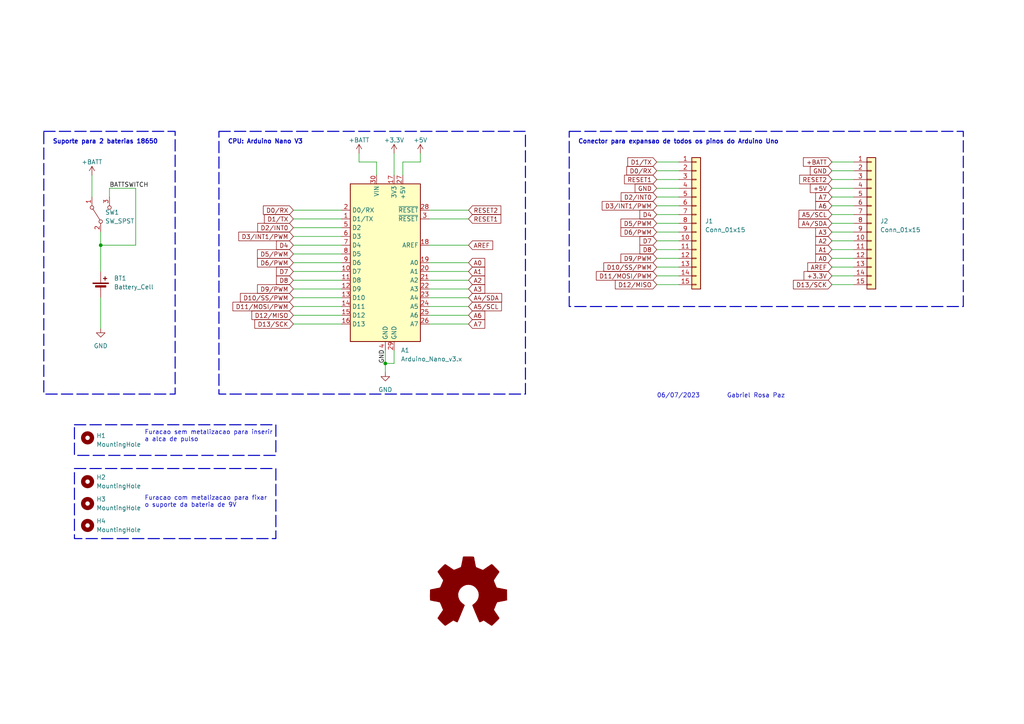
<source format=kicad_sch>
(kicad_sch (version 20230121) (generator eeschema)

  (uuid 5e548720-25b7-427e-adf9-f0492ed7f296)

  (paper "A4")

  (title_block
    (title "Projeto Open LabGenios Arduino Nano")
    (date "2023-06-27")
    (rev "V1.0")
    (comment 1 "Gabriel Rosa Paz")
    (comment 3 "Placa para ensino de programação e microcontroladores para jovens e iniciantes")
    (comment 4 "Primeiro detalhamento")
  )

  (lib_symbols
    (symbol "Connector_Generic:Conn_01x15" (pin_names (offset 1.016) hide) (in_bom yes) (on_board yes)
      (property "Reference" "J" (at 0 20.32 0)
        (effects (font (size 1.27 1.27)))
      )
      (property "Value" "Conn_01x15" (at 0 -20.32 0)
        (effects (font (size 1.27 1.27)))
      )
      (property "Footprint" "" (at 0 0 0)
        (effects (font (size 1.27 1.27)) hide)
      )
      (property "Datasheet" "~" (at 0 0 0)
        (effects (font (size 1.27 1.27)) hide)
      )
      (property "ki_keywords" "connector" (at 0 0 0)
        (effects (font (size 1.27 1.27)) hide)
      )
      (property "ki_description" "Generic connector, single row, 01x15, script generated (kicad-library-utils/schlib/autogen/connector/)" (at 0 0 0)
        (effects (font (size 1.27 1.27)) hide)
      )
      (property "ki_fp_filters" "Connector*:*_1x??_*" (at 0 0 0)
        (effects (font (size 1.27 1.27)) hide)
      )
      (symbol "Conn_01x15_1_1"
        (rectangle (start -1.27 -17.653) (end 0 -17.907)
          (stroke (width 0.1524) (type default))
          (fill (type none))
        )
        (rectangle (start -1.27 -15.113) (end 0 -15.367)
          (stroke (width 0.1524) (type default))
          (fill (type none))
        )
        (rectangle (start -1.27 -12.573) (end 0 -12.827)
          (stroke (width 0.1524) (type default))
          (fill (type none))
        )
        (rectangle (start -1.27 -10.033) (end 0 -10.287)
          (stroke (width 0.1524) (type default))
          (fill (type none))
        )
        (rectangle (start -1.27 -7.493) (end 0 -7.747)
          (stroke (width 0.1524) (type default))
          (fill (type none))
        )
        (rectangle (start -1.27 -4.953) (end 0 -5.207)
          (stroke (width 0.1524) (type default))
          (fill (type none))
        )
        (rectangle (start -1.27 -2.413) (end 0 -2.667)
          (stroke (width 0.1524) (type default))
          (fill (type none))
        )
        (rectangle (start -1.27 0.127) (end 0 -0.127)
          (stroke (width 0.1524) (type default))
          (fill (type none))
        )
        (rectangle (start -1.27 2.667) (end 0 2.413)
          (stroke (width 0.1524) (type default))
          (fill (type none))
        )
        (rectangle (start -1.27 5.207) (end 0 4.953)
          (stroke (width 0.1524) (type default))
          (fill (type none))
        )
        (rectangle (start -1.27 7.747) (end 0 7.493)
          (stroke (width 0.1524) (type default))
          (fill (type none))
        )
        (rectangle (start -1.27 10.287) (end 0 10.033)
          (stroke (width 0.1524) (type default))
          (fill (type none))
        )
        (rectangle (start -1.27 12.827) (end 0 12.573)
          (stroke (width 0.1524) (type default))
          (fill (type none))
        )
        (rectangle (start -1.27 15.367) (end 0 15.113)
          (stroke (width 0.1524) (type default))
          (fill (type none))
        )
        (rectangle (start -1.27 17.907) (end 0 17.653)
          (stroke (width 0.1524) (type default))
          (fill (type none))
        )
        (rectangle (start -1.27 19.05) (end 1.27 -19.05)
          (stroke (width 0.254) (type default))
          (fill (type background))
        )
        (pin passive line (at -5.08 17.78 0) (length 3.81)
          (name "Pin_1" (effects (font (size 1.27 1.27))))
          (number "1" (effects (font (size 1.27 1.27))))
        )
        (pin passive line (at -5.08 -5.08 0) (length 3.81)
          (name "Pin_10" (effects (font (size 1.27 1.27))))
          (number "10" (effects (font (size 1.27 1.27))))
        )
        (pin passive line (at -5.08 -7.62 0) (length 3.81)
          (name "Pin_11" (effects (font (size 1.27 1.27))))
          (number "11" (effects (font (size 1.27 1.27))))
        )
        (pin passive line (at -5.08 -10.16 0) (length 3.81)
          (name "Pin_12" (effects (font (size 1.27 1.27))))
          (number "12" (effects (font (size 1.27 1.27))))
        )
        (pin passive line (at -5.08 -12.7 0) (length 3.81)
          (name "Pin_13" (effects (font (size 1.27 1.27))))
          (number "13" (effects (font (size 1.27 1.27))))
        )
        (pin passive line (at -5.08 -15.24 0) (length 3.81)
          (name "Pin_14" (effects (font (size 1.27 1.27))))
          (number "14" (effects (font (size 1.27 1.27))))
        )
        (pin passive line (at -5.08 -17.78 0) (length 3.81)
          (name "Pin_15" (effects (font (size 1.27 1.27))))
          (number "15" (effects (font (size 1.27 1.27))))
        )
        (pin passive line (at -5.08 15.24 0) (length 3.81)
          (name "Pin_2" (effects (font (size 1.27 1.27))))
          (number "2" (effects (font (size 1.27 1.27))))
        )
        (pin passive line (at -5.08 12.7 0) (length 3.81)
          (name "Pin_3" (effects (font (size 1.27 1.27))))
          (number "3" (effects (font (size 1.27 1.27))))
        )
        (pin passive line (at -5.08 10.16 0) (length 3.81)
          (name "Pin_4" (effects (font (size 1.27 1.27))))
          (number "4" (effects (font (size 1.27 1.27))))
        )
        (pin passive line (at -5.08 7.62 0) (length 3.81)
          (name "Pin_5" (effects (font (size 1.27 1.27))))
          (number "5" (effects (font (size 1.27 1.27))))
        )
        (pin passive line (at -5.08 5.08 0) (length 3.81)
          (name "Pin_6" (effects (font (size 1.27 1.27))))
          (number "6" (effects (font (size 1.27 1.27))))
        )
        (pin passive line (at -5.08 2.54 0) (length 3.81)
          (name "Pin_7" (effects (font (size 1.27 1.27))))
          (number "7" (effects (font (size 1.27 1.27))))
        )
        (pin passive line (at -5.08 0 0) (length 3.81)
          (name "Pin_8" (effects (font (size 1.27 1.27))))
          (number "8" (effects (font (size 1.27 1.27))))
        )
        (pin passive line (at -5.08 -2.54 0) (length 3.81)
          (name "Pin_9" (effects (font (size 1.27 1.27))))
          (number "9" (effects (font (size 1.27 1.27))))
        )
      )
    )
    (symbol "Device:Battery_Cell" (pin_numbers hide) (pin_names (offset 0) hide) (in_bom yes) (on_board yes)
      (property "Reference" "BT" (at 2.54 2.54 0)
        (effects (font (size 1.27 1.27)) (justify left))
      )
      (property "Value" "Battery_Cell" (at 2.54 0 0)
        (effects (font (size 1.27 1.27)) (justify left))
      )
      (property "Footprint" "" (at 0 1.524 90)
        (effects (font (size 1.27 1.27)) hide)
      )
      (property "Datasheet" "~" (at 0 1.524 90)
        (effects (font (size 1.27 1.27)) hide)
      )
      (property "ki_keywords" "battery cell" (at 0 0 0)
        (effects (font (size 1.27 1.27)) hide)
      )
      (property "ki_description" "Single-cell battery" (at 0 0 0)
        (effects (font (size 1.27 1.27)) hide)
      )
      (symbol "Battery_Cell_0_1"
        (rectangle (start -2.286 1.778) (end 2.286 1.524)
          (stroke (width 0) (type default))
          (fill (type outline))
        )
        (rectangle (start -1.524 1.016) (end 1.524 0.508)
          (stroke (width 0) (type default))
          (fill (type outline))
        )
        (polyline
          (pts
            (xy 0 0.762)
            (xy 0 0)
          )
          (stroke (width 0) (type default))
          (fill (type none))
        )
        (polyline
          (pts
            (xy 0 1.778)
            (xy 0 2.54)
          )
          (stroke (width 0) (type default))
          (fill (type none))
        )
        (polyline
          (pts
            (xy 0.762 3.048)
            (xy 1.778 3.048)
          )
          (stroke (width 0.254) (type default))
          (fill (type none))
        )
        (polyline
          (pts
            (xy 1.27 3.556)
            (xy 1.27 2.54)
          )
          (stroke (width 0.254) (type default))
          (fill (type none))
        )
      )
      (symbol "Battery_Cell_1_1"
        (pin passive line (at 0 5.08 270) (length 2.54)
          (name "+" (effects (font (size 1.27 1.27))))
          (number "1" (effects (font (size 1.27 1.27))))
        )
        (pin passive line (at 0 -2.54 90) (length 2.54)
          (name "-" (effects (font (size 1.27 1.27))))
          (number "2" (effects (font (size 1.27 1.27))))
        )
      )
    )
    (symbol "Graphic:Logo_Open_Hardware_Large" (in_bom no) (on_board no)
      (property "Reference" "#SYM" (at 0 12.7 0)
        (effects (font (size 1.27 1.27)) hide)
      )
      (property "Value" "Logo_Open_Hardware_Large" (at 0 -10.16 0)
        (effects (font (size 1.27 1.27)) hide)
      )
      (property "Footprint" "" (at 0 0 0)
        (effects (font (size 1.27 1.27)) hide)
      )
      (property "Datasheet" "~" (at 0 0 0)
        (effects (font (size 1.27 1.27)) hide)
      )
      (property "Sim.Enable" "0" (at 0 0 0)
        (effects (font (size 1.27 1.27)) hide)
      )
      (property "ki_keywords" "Logo" (at 0 0 0)
        (effects (font (size 1.27 1.27)) hide)
      )
      (property "ki_description" "Open Hardware logo, large" (at 0 0 0)
        (effects (font (size 1.27 1.27)) hide)
      )
      (symbol "Logo_Open_Hardware_Large_1_1"
        (polyline
          (pts
            (xy 6.731 -8.7122)
            (xy 6.6294 -8.6614)
            (xy 6.35 -8.4836)
            (xy 5.9944 -8.255)
            (xy 5.5372 -7.9502)
            (xy 5.1054 -7.6454)
            (xy 4.7498 -7.4168)
            (xy 4.4958 -7.239)
            (xy 4.3942 -7.1882)
            (xy 4.318 -7.2136)
            (xy 4.1148 -7.3152)
            (xy 3.81 -7.4676)
            (xy 3.6322 -7.5692)
            (xy 3.3528 -7.6708)
            (xy 3.2258 -7.6962)
            (xy 3.2004 -7.6708)
            (xy 3.0988 -7.4676)
            (xy 2.9464 -7.0866)
            (xy 2.7178 -6.604)
            (xy 2.4892 -6.0452)
            (xy 2.2352 -5.4356)
            (xy 1.9558 -4.826)
            (xy 1.7272 -4.2164)
            (xy 1.4986 -3.683)
            (xy 1.3208 -3.2512)
            (xy 1.2192 -2.9464)
            (xy 1.1684 -2.8194)
            (xy 1.1938 -2.794)
            (xy 1.3208 -2.667)
            (xy 1.5748 -2.4892)
            (xy 2.0828 -2.0574)
            (xy 2.6162 -1.397)
            (xy 2.921 -0.6604)
            (xy 3.048 0.1524)
            (xy 2.9464 0.9144)
            (xy 2.6416 1.6256)
            (xy 2.1336 2.286)
            (xy 1.524 2.7686)
            (xy 0.8128 3.0734)
            (xy 0 3.175)
            (xy -0.762 3.0988)
            (xy -1.4986 2.794)
            (xy -2.159 2.286)
            (xy -2.4384 1.9812)
            (xy -2.8194 1.3208)
            (xy -3.048 0.6096)
            (xy -3.0734 0.4318)
            (xy -3.0226 -0.3556)
            (xy -2.794 -1.0922)
            (xy -2.3876 -1.7526)
            (xy -1.8288 -2.3114)
            (xy -1.7526 -2.3622)
            (xy -1.4732 -2.5654)
            (xy -1.2954 -2.6924)
            (xy -1.1684 -2.8194)
            (xy -2.159 -5.207)
            (xy -2.3114 -5.588)
            (xy -2.5908 -6.2484)
            (xy -2.8194 -6.8072)
            (xy -3.0226 -7.2644)
            (xy -3.1496 -7.5692)
            (xy -3.2258 -7.6708)
            (xy -3.2258 -7.6962)
            (xy -3.302 -7.6962)
            (xy -3.4798 -7.6454)
            (xy -3.8354 -7.4676)
            (xy -4.0386 -7.366)
            (xy -4.2926 -7.239)
            (xy -4.4196 -7.1882)
            (xy -4.5212 -7.239)
            (xy -4.7498 -7.3914)
            (xy -5.1054 -7.6454)
            (xy -5.5372 -7.9248)
            (xy -5.9436 -8.2042)
            (xy -6.3246 -8.4582)
            (xy -6.604 -8.636)
            (xy -6.731 -8.7122)
            (xy -6.7564 -8.7122)
            (xy -6.858 -8.636)
            (xy -7.0866 -8.4582)
            (xy -7.4168 -8.1534)
            (xy -7.874 -7.6962)
            (xy -7.9502 -7.62)
            (xy -8.3312 -7.239)
            (xy -8.636 -6.9088)
            (xy -8.8392 -6.6802)
            (xy -8.9154 -6.5786)
            (xy -8.9154 -6.5786)
            (xy -8.8392 -6.4516)
            (xy -8.6614 -6.1722)
            (xy -8.4328 -5.7912)
            (xy -8.128 -5.3594)
            (xy -7.3152 -4.191)
            (xy -7.7724 -3.0988)
            (xy -7.8994 -2.7686)
            (xy -8.0772 -2.3622)
            (xy -8.2042 -2.0828)
            (xy -8.255 -1.9558)
            (xy -8.382 -1.905)
            (xy -8.6614 -1.8542)
            (xy -9.0932 -1.7526)
            (xy -9.6266 -1.651)
            (xy -10.1092 -1.5748)
            (xy -10.541 -1.4732)
            (xy -10.8712 -1.4224)
            (xy -11.0236 -1.397)
            (xy -11.049 -1.3716)
            (xy -11.0744 -1.2954)
            (xy -11.0998 -1.143)
            (xy -11.0998 -0.889)
            (xy -11.1252 -0.4572)
            (xy -11.1252 0.1524)
            (xy -11.1252 0.2286)
            (xy -11.0998 0.8128)
            (xy -11.0998 1.27)
            (xy -11.0744 1.5494)
            (xy -11.0744 1.6764)
            (xy -11.0744 1.6764)
            (xy -10.922 1.7018)
            (xy -10.6172 1.778)
            (xy -10.16 1.8542)
            (xy -9.652 1.9558)
            (xy -9.6012 1.9812)
            (xy -9.0932 2.0828)
            (xy -8.636 2.159)
            (xy -8.3312 2.2352)
            (xy -8.2042 2.286)
            (xy -8.1788 2.3114)
            (xy -8.0772 2.5146)
            (xy -7.9248 2.8448)
            (xy -7.747 3.2512)
            (xy -7.5692 3.6576)
            (xy -7.4168 4.0386)
            (xy -7.3152 4.318)
            (xy -7.2898 4.445)
            (xy -7.2898 4.445)
            (xy -7.366 4.572)
            (xy -7.5438 4.826)
            (xy -7.7978 5.207)
            (xy -8.128 5.6642)
            (xy -8.128 5.6896)
            (xy -8.4328 6.1468)
            (xy -8.6868 6.5278)
            (xy -8.8392 6.7818)
            (xy -8.9154 6.9088)
            (xy -8.9154 6.9088)
            (xy -8.8138 7.0358)
            (xy -8.5852 7.2898)
            (xy -8.255 7.6454)
            (xy -7.874 8.0264)
            (xy -7.747 8.1534)
            (xy -7.3152 8.5852)
            (xy -7.0104 8.8646)
            (xy -6.8326 8.9916)
            (xy -6.731 9.0424)
            (xy -6.731 9.0424)
            (xy -6.604 8.9408)
            (xy -6.3246 8.763)
            (xy -5.9436 8.509)
            (xy -5.4864 8.2042)
            (xy -5.461 8.1788)
            (xy -5.0038 7.874)
            (xy -4.6482 7.62)
            (xy -4.3688 7.4422)
            (xy -4.2672 7.3914)
            (xy -4.2418 7.3914)
            (xy -4.064 7.4422)
            (xy -3.7338 7.5438)
            (xy -3.3528 7.6962)
            (xy -2.9464 7.874)
            (xy -2.5654 8.0264)
            (xy -2.286 8.1534)
            (xy -2.159 8.2296)
            (xy -2.159 8.2296)
            (xy -2.1082 8.382)
            (xy -2.032 8.7122)
            (xy -1.9304 9.1694)
            (xy -1.8288 9.7282)
            (xy -1.8034 9.8044)
            (xy -1.7018 10.3378)
            (xy -1.6256 10.7696)
            (xy -1.5748 11.0744)
            (xy -1.524 11.2014)
            (xy -1.4478 11.2268)
            (xy -1.1938 11.2522)
            (xy -0.8128 11.2522)
            (xy -0.3302 11.2522)
            (xy 0.1524 11.2522)
            (xy 0.6604 11.2522)
            (xy 1.0668 11.2268)
            (xy 1.3716 11.2014)
            (xy 1.4986 11.176)
            (xy 1.4986 11.176)
            (xy 1.5494 11.0236)
            (xy 1.6256 10.6934)
            (xy 1.7018 10.2108)
            (xy 1.8288 9.6774)
            (xy 1.8288 9.5758)
            (xy 1.9304 9.0424)
            (xy 2.032 8.6106)
            (xy 2.0828 8.3058)
            (xy 2.1336 8.2042)
            (xy 2.159 8.1788)
            (xy 2.3876 8.0772)
            (xy 2.7432 7.9248)
            (xy 3.175 7.747)
            (xy 4.191 7.3406)
            (xy 5.461 8.2042)
            (xy 5.5626 8.2804)
            (xy 6.0198 8.5852)
            (xy 6.3754 8.8392)
            (xy 6.6294 8.9916)
            (xy 6.7564 9.0424)
            (xy 6.7564 9.0424)
            (xy 6.8834 8.9408)
            (xy 7.1374 8.7122)
            (xy 7.4676 8.382)
            (xy 7.8486 7.9756)
            (xy 8.1534 7.6962)
            (xy 8.4836 7.3406)
            (xy 8.7122 7.112)
            (xy 8.8392 6.9596)
            (xy 8.8646 6.858)
            (xy 8.8646 6.8072)
            (xy 8.7884 6.6802)
            (xy 8.6106 6.4008)
            (xy 8.3312 6.0198)
            (xy 8.0264 5.588)
            (xy 7.7978 5.207)
            (xy 7.5184 4.8006)
            (xy 7.3406 4.4958)
            (xy 7.2898 4.3434)
            (xy 7.2898 4.2926)
            (xy 7.3914 4.0386)
            (xy 7.5184 3.683)
            (xy 7.7216 3.2258)
            (xy 8.1534 2.2352)
            (xy 8.7884 2.1082)
            (xy 9.1948 2.0574)
            (xy 9.7536 1.9304)
            (xy 10.2616 1.8288)
            (xy 11.0998 1.6764)
            (xy 11.1252 -1.3208)
            (xy 10.9982 -1.3716)
            (xy 10.8712 -1.397)
            (xy 10.5664 -1.4732)
            (xy 10.1346 -1.5494)
            (xy 9.6266 -1.651)
            (xy 9.1948 -1.7272)
            (xy 8.7376 -1.8288)
            (xy 8.4328 -1.8796)
            (xy 8.2804 -1.905)
            (xy 8.255 -1.9558)
            (xy 8.1534 -2.159)
            (xy 7.9756 -2.5146)
            (xy 7.8232 -2.921)
            (xy 7.6454 -3.3274)
            (xy 7.493 -3.7338)
            (xy 7.366 -4.0132)
            (xy 7.3406 -4.191)
            (xy 7.3914 -4.2926)
            (xy 7.5692 -4.5466)
            (xy 7.7978 -4.9276)
            (xy 8.1026 -5.3594)
            (xy 8.4074 -5.7912)
            (xy 8.6614 -6.1722)
            (xy 8.8138 -6.4262)
            (xy 8.89 -6.5532)
            (xy 8.8646 -6.6548)
            (xy 8.6868 -6.858)
            (xy 8.3566 -7.1882)
            (xy 7.874 -7.6708)
            (xy 7.7978 -7.747)
            (xy 7.3914 -8.128)
            (xy 7.0612 -8.4328)
            (xy 6.8326 -8.636)
            (xy 6.731 -8.7122)
          )
          (stroke (width 0) (type default))
          (fill (type outline))
        )
      )
    )
    (symbol "MCU_Module:Arduino_Nano_v3.x" (in_bom yes) (on_board yes)
      (property "Reference" "A" (at -10.16 23.495 0)
        (effects (font (size 1.27 1.27)) (justify left bottom))
      )
      (property "Value" "Arduino_Nano_v3.x" (at 5.08 -24.13 0)
        (effects (font (size 1.27 1.27)) (justify left top))
      )
      (property "Footprint" "Module:Arduino_Nano" (at 0 0 0)
        (effects (font (size 1.27 1.27) italic) hide)
      )
      (property "Datasheet" "http://www.mouser.com/pdfdocs/Gravitech_Arduino_Nano3_0.pdf" (at 0 0 0)
        (effects (font (size 1.27 1.27)) hide)
      )
      (property "ki_keywords" "Arduino nano microcontroller module USB" (at 0 0 0)
        (effects (font (size 1.27 1.27)) hide)
      )
      (property "ki_description" "Arduino Nano v3.x" (at 0 0 0)
        (effects (font (size 1.27 1.27)) hide)
      )
      (property "ki_fp_filters" "Arduino*Nano*" (at 0 0 0)
        (effects (font (size 1.27 1.27)) hide)
      )
      (symbol "Arduino_Nano_v3.x_0_1"
        (rectangle (start -10.16 22.86) (end 10.16 -22.86)
          (stroke (width 0.254) (type default))
          (fill (type background))
        )
      )
      (symbol "Arduino_Nano_v3.x_1_1"
        (pin bidirectional line (at -12.7 12.7 0) (length 2.54)
          (name "D1/TX" (effects (font (size 1.27 1.27))))
          (number "1" (effects (font (size 1.27 1.27))))
        )
        (pin bidirectional line (at -12.7 -2.54 0) (length 2.54)
          (name "D7" (effects (font (size 1.27 1.27))))
          (number "10" (effects (font (size 1.27 1.27))))
        )
        (pin bidirectional line (at -12.7 -5.08 0) (length 2.54)
          (name "D8" (effects (font (size 1.27 1.27))))
          (number "11" (effects (font (size 1.27 1.27))))
        )
        (pin bidirectional line (at -12.7 -7.62 0) (length 2.54)
          (name "D9" (effects (font (size 1.27 1.27))))
          (number "12" (effects (font (size 1.27 1.27))))
        )
        (pin bidirectional line (at -12.7 -10.16 0) (length 2.54)
          (name "D10" (effects (font (size 1.27 1.27))))
          (number "13" (effects (font (size 1.27 1.27))))
        )
        (pin bidirectional line (at -12.7 -12.7 0) (length 2.54)
          (name "D11" (effects (font (size 1.27 1.27))))
          (number "14" (effects (font (size 1.27 1.27))))
        )
        (pin bidirectional line (at -12.7 -15.24 0) (length 2.54)
          (name "D12" (effects (font (size 1.27 1.27))))
          (number "15" (effects (font (size 1.27 1.27))))
        )
        (pin bidirectional line (at -12.7 -17.78 0) (length 2.54)
          (name "D13" (effects (font (size 1.27 1.27))))
          (number "16" (effects (font (size 1.27 1.27))))
        )
        (pin power_out line (at 2.54 25.4 270) (length 2.54)
          (name "3V3" (effects (font (size 1.27 1.27))))
          (number "17" (effects (font (size 1.27 1.27))))
        )
        (pin input line (at 12.7 5.08 180) (length 2.54)
          (name "AREF" (effects (font (size 1.27 1.27))))
          (number "18" (effects (font (size 1.27 1.27))))
        )
        (pin bidirectional line (at 12.7 0 180) (length 2.54)
          (name "A0" (effects (font (size 1.27 1.27))))
          (number "19" (effects (font (size 1.27 1.27))))
        )
        (pin bidirectional line (at -12.7 15.24 0) (length 2.54)
          (name "D0/RX" (effects (font (size 1.27 1.27))))
          (number "2" (effects (font (size 1.27 1.27))))
        )
        (pin bidirectional line (at 12.7 -2.54 180) (length 2.54)
          (name "A1" (effects (font (size 1.27 1.27))))
          (number "20" (effects (font (size 1.27 1.27))))
        )
        (pin bidirectional line (at 12.7 -5.08 180) (length 2.54)
          (name "A2" (effects (font (size 1.27 1.27))))
          (number "21" (effects (font (size 1.27 1.27))))
        )
        (pin bidirectional line (at 12.7 -7.62 180) (length 2.54)
          (name "A3" (effects (font (size 1.27 1.27))))
          (number "22" (effects (font (size 1.27 1.27))))
        )
        (pin bidirectional line (at 12.7 -10.16 180) (length 2.54)
          (name "A4" (effects (font (size 1.27 1.27))))
          (number "23" (effects (font (size 1.27 1.27))))
        )
        (pin bidirectional line (at 12.7 -12.7 180) (length 2.54)
          (name "A5" (effects (font (size 1.27 1.27))))
          (number "24" (effects (font (size 1.27 1.27))))
        )
        (pin bidirectional line (at 12.7 -15.24 180) (length 2.54)
          (name "A6" (effects (font (size 1.27 1.27))))
          (number "25" (effects (font (size 1.27 1.27))))
        )
        (pin bidirectional line (at 12.7 -17.78 180) (length 2.54)
          (name "A7" (effects (font (size 1.27 1.27))))
          (number "26" (effects (font (size 1.27 1.27))))
        )
        (pin power_out line (at 5.08 25.4 270) (length 2.54)
          (name "+5V" (effects (font (size 1.27 1.27))))
          (number "27" (effects (font (size 1.27 1.27))))
        )
        (pin input line (at 12.7 15.24 180) (length 2.54)
          (name "~{RESET}" (effects (font (size 1.27 1.27))))
          (number "28" (effects (font (size 1.27 1.27))))
        )
        (pin power_in line (at 2.54 -25.4 90) (length 2.54)
          (name "GND" (effects (font (size 1.27 1.27))))
          (number "29" (effects (font (size 1.27 1.27))))
        )
        (pin input line (at 12.7 12.7 180) (length 2.54)
          (name "~{RESET}" (effects (font (size 1.27 1.27))))
          (number "3" (effects (font (size 1.27 1.27))))
        )
        (pin power_in line (at -2.54 25.4 270) (length 2.54)
          (name "VIN" (effects (font (size 1.27 1.27))))
          (number "30" (effects (font (size 1.27 1.27))))
        )
        (pin power_in line (at 0 -25.4 90) (length 2.54)
          (name "GND" (effects (font (size 1.27 1.27))))
          (number "4" (effects (font (size 1.27 1.27))))
        )
        (pin bidirectional line (at -12.7 10.16 0) (length 2.54)
          (name "D2" (effects (font (size 1.27 1.27))))
          (number "5" (effects (font (size 1.27 1.27))))
        )
        (pin bidirectional line (at -12.7 7.62 0) (length 2.54)
          (name "D3" (effects (font (size 1.27 1.27))))
          (number "6" (effects (font (size 1.27 1.27))))
        )
        (pin bidirectional line (at -12.7 5.08 0) (length 2.54)
          (name "D4" (effects (font (size 1.27 1.27))))
          (number "7" (effects (font (size 1.27 1.27))))
        )
        (pin bidirectional line (at -12.7 2.54 0) (length 2.54)
          (name "D5" (effects (font (size 1.27 1.27))))
          (number "8" (effects (font (size 1.27 1.27))))
        )
        (pin bidirectional line (at -12.7 0 0) (length 2.54)
          (name "D6" (effects (font (size 1.27 1.27))))
          (number "9" (effects (font (size 1.27 1.27))))
        )
      )
    )
    (symbol "Mechanical:MountingHole" (pin_names (offset 1.016)) (in_bom yes) (on_board yes)
      (property "Reference" "H" (at 0 5.08 0)
        (effects (font (size 1.27 1.27)))
      )
      (property "Value" "MountingHole" (at 0 3.175 0)
        (effects (font (size 1.27 1.27)))
      )
      (property "Footprint" "" (at 0 0 0)
        (effects (font (size 1.27 1.27)) hide)
      )
      (property "Datasheet" "~" (at 0 0 0)
        (effects (font (size 1.27 1.27)) hide)
      )
      (property "ki_keywords" "mounting hole" (at 0 0 0)
        (effects (font (size 1.27 1.27)) hide)
      )
      (property "ki_description" "Mounting Hole without connection" (at 0 0 0)
        (effects (font (size 1.27 1.27)) hide)
      )
      (property "ki_fp_filters" "MountingHole*" (at 0 0 0)
        (effects (font (size 1.27 1.27)) hide)
      )
      (symbol "MountingHole_0_1"
        (circle (center 0 0) (radius 1.27)
          (stroke (width 1.27) (type default))
          (fill (type none))
        )
      )
    )
    (symbol "Switch:SW_SPDT" (pin_names (offset 0) hide) (in_bom yes) (on_board yes)
      (property "Reference" "SW" (at 0 4.318 0)
        (effects (font (size 1.27 1.27)))
      )
      (property "Value" "SW_SPDT" (at 0 -5.08 0)
        (effects (font (size 1.27 1.27)))
      )
      (property "Footprint" "" (at 0 0 0)
        (effects (font (size 1.27 1.27)) hide)
      )
      (property "Datasheet" "~" (at 0 0 0)
        (effects (font (size 1.27 1.27)) hide)
      )
      (property "ki_keywords" "switch single-pole double-throw spdt ON-ON" (at 0 0 0)
        (effects (font (size 1.27 1.27)) hide)
      )
      (property "ki_description" "Switch, single pole double throw" (at 0 0 0)
        (effects (font (size 1.27 1.27)) hide)
      )
      (symbol "SW_SPDT_0_0"
        (circle (center -2.032 0) (radius 0.508)
          (stroke (width 0) (type default))
          (fill (type none))
        )
        (circle (center 2.032 -2.54) (radius 0.508)
          (stroke (width 0) (type default))
          (fill (type none))
        )
      )
      (symbol "SW_SPDT_0_1"
        (polyline
          (pts
            (xy -1.524 0.254)
            (xy 1.651 2.286)
          )
          (stroke (width 0) (type default))
          (fill (type none))
        )
        (circle (center 2.032 2.54) (radius 0.508)
          (stroke (width 0) (type default))
          (fill (type none))
        )
      )
      (symbol "SW_SPDT_1_1"
        (pin passive line (at 5.08 2.54 180) (length 2.54)
          (name "A" (effects (font (size 1.27 1.27))))
          (number "1" (effects (font (size 1.27 1.27))))
        )
        (pin passive line (at -5.08 0 0) (length 2.54)
          (name "B" (effects (font (size 1.27 1.27))))
          (number "2" (effects (font (size 1.27 1.27))))
        )
        (pin passive line (at 5.08 -2.54 180) (length 2.54)
          (name "C" (effects (font (size 1.27 1.27))))
          (number "3" (effects (font (size 1.27 1.27))))
        )
      )
    )
    (symbol "power:+3.3V" (power) (pin_names (offset 0)) (in_bom yes) (on_board yes)
      (property "Reference" "#PWR" (at 0 -3.81 0)
        (effects (font (size 1.27 1.27)) hide)
      )
      (property "Value" "+3.3V" (at 0 3.556 0)
        (effects (font (size 1.27 1.27)))
      )
      (property "Footprint" "" (at 0 0 0)
        (effects (font (size 1.27 1.27)) hide)
      )
      (property "Datasheet" "" (at 0 0 0)
        (effects (font (size 1.27 1.27)) hide)
      )
      (property "ki_keywords" "global power" (at 0 0 0)
        (effects (font (size 1.27 1.27)) hide)
      )
      (property "ki_description" "Power symbol creates a global label with name \"+3.3V\"" (at 0 0 0)
        (effects (font (size 1.27 1.27)) hide)
      )
      (symbol "+3.3V_0_1"
        (polyline
          (pts
            (xy -0.762 1.27)
            (xy 0 2.54)
          )
          (stroke (width 0) (type default))
          (fill (type none))
        )
        (polyline
          (pts
            (xy 0 0)
            (xy 0 2.54)
          )
          (stroke (width 0) (type default))
          (fill (type none))
        )
        (polyline
          (pts
            (xy 0 2.54)
            (xy 0.762 1.27)
          )
          (stroke (width 0) (type default))
          (fill (type none))
        )
      )
      (symbol "+3.3V_1_1"
        (pin power_in line (at 0 0 90) (length 0) hide
          (name "+3.3V" (effects (font (size 1.27 1.27))))
          (number "1" (effects (font (size 1.27 1.27))))
        )
      )
    )
    (symbol "power:+5V" (power) (pin_names (offset 0)) (in_bom yes) (on_board yes)
      (property "Reference" "#PWR" (at 0 -3.81 0)
        (effects (font (size 1.27 1.27)) hide)
      )
      (property "Value" "+5V" (at 0 3.556 0)
        (effects (font (size 1.27 1.27)))
      )
      (property "Footprint" "" (at 0 0 0)
        (effects (font (size 1.27 1.27)) hide)
      )
      (property "Datasheet" "" (at 0 0 0)
        (effects (font (size 1.27 1.27)) hide)
      )
      (property "ki_keywords" "global power" (at 0 0 0)
        (effects (font (size 1.27 1.27)) hide)
      )
      (property "ki_description" "Power symbol creates a global label with name \"+5V\"" (at 0 0 0)
        (effects (font (size 1.27 1.27)) hide)
      )
      (symbol "+5V_0_1"
        (polyline
          (pts
            (xy -0.762 1.27)
            (xy 0 2.54)
          )
          (stroke (width 0) (type default))
          (fill (type none))
        )
        (polyline
          (pts
            (xy 0 0)
            (xy 0 2.54)
          )
          (stroke (width 0) (type default))
          (fill (type none))
        )
        (polyline
          (pts
            (xy 0 2.54)
            (xy 0.762 1.27)
          )
          (stroke (width 0) (type default))
          (fill (type none))
        )
      )
      (symbol "+5V_1_1"
        (pin power_in line (at 0 0 90) (length 0) hide
          (name "+5V" (effects (font (size 1.27 1.27))))
          (number "1" (effects (font (size 1.27 1.27))))
        )
      )
    )
    (symbol "power:+BATT" (power) (pin_names (offset 0)) (in_bom yes) (on_board yes)
      (property "Reference" "#PWR" (at 0 -3.81 0)
        (effects (font (size 1.27 1.27)) hide)
      )
      (property "Value" "+BATT" (at 0 3.556 0)
        (effects (font (size 1.27 1.27)))
      )
      (property "Footprint" "" (at 0 0 0)
        (effects (font (size 1.27 1.27)) hide)
      )
      (property "Datasheet" "" (at 0 0 0)
        (effects (font (size 1.27 1.27)) hide)
      )
      (property "ki_keywords" "global power battery" (at 0 0 0)
        (effects (font (size 1.27 1.27)) hide)
      )
      (property "ki_description" "Power symbol creates a global label with name \"+BATT\"" (at 0 0 0)
        (effects (font (size 1.27 1.27)) hide)
      )
      (symbol "+BATT_0_1"
        (polyline
          (pts
            (xy -0.762 1.27)
            (xy 0 2.54)
          )
          (stroke (width 0) (type default))
          (fill (type none))
        )
        (polyline
          (pts
            (xy 0 0)
            (xy 0 2.54)
          )
          (stroke (width 0) (type default))
          (fill (type none))
        )
        (polyline
          (pts
            (xy 0 2.54)
            (xy 0.762 1.27)
          )
          (stroke (width 0) (type default))
          (fill (type none))
        )
      )
      (symbol "+BATT_1_1"
        (pin power_in line (at 0 0 90) (length 0) hide
          (name "+BATT" (effects (font (size 1.27 1.27))))
          (number "1" (effects (font (size 1.27 1.27))))
        )
      )
    )
    (symbol "power:GND" (power) (pin_names (offset 0)) (in_bom yes) (on_board yes)
      (property "Reference" "#PWR" (at 0 -6.35 0)
        (effects (font (size 1.27 1.27)) hide)
      )
      (property "Value" "GND" (at 0 -3.81 0)
        (effects (font (size 1.27 1.27)))
      )
      (property "Footprint" "" (at 0 0 0)
        (effects (font (size 1.27 1.27)) hide)
      )
      (property "Datasheet" "" (at 0 0 0)
        (effects (font (size 1.27 1.27)) hide)
      )
      (property "ki_keywords" "global power" (at 0 0 0)
        (effects (font (size 1.27 1.27)) hide)
      )
      (property "ki_description" "Power symbol creates a global label with name \"GND\" , ground" (at 0 0 0)
        (effects (font (size 1.27 1.27)) hide)
      )
      (symbol "GND_0_1"
        (polyline
          (pts
            (xy 0 0)
            (xy 0 -1.27)
            (xy 1.27 -1.27)
            (xy 0 -2.54)
            (xy -1.27 -1.27)
            (xy 0 -1.27)
          )
          (stroke (width 0) (type default))
          (fill (type none))
        )
      )
      (symbol "GND_1_1"
        (pin power_in line (at 0 0 270) (length 0) hide
          (name "GND" (effects (font (size 1.27 1.27))))
          (number "1" (effects (font (size 1.27 1.27))))
        )
      )
    )
  )

  (junction (at 29.21 71.12) (diameter 0) (color 0 0 0 0)
    (uuid 1d27a755-be4d-4dd4-8fb7-c34b36f3e23f)
  )
  (junction (at 111.76 105.41) (diameter 0) (color 0 0 0 0)
    (uuid 87254187-24a0-4d72-bda1-3bf8c2bab7c1)
  )

  (wire (pts (xy 124.46 63.5) (xy 135.89 63.5))
    (stroke (width 0) (type default))
    (uuid 00c033b4-425f-483f-ba97-91e7fa4fd9c4)
  )
  (wire (pts (xy 241.3 62.23) (xy 247.65 62.23))
    (stroke (width 0) (type default))
    (uuid 03701dd1-d193-4943-9b87-c100538d06cb)
  )
  (wire (pts (xy 121.92 44.45) (xy 121.92 46.99))
    (stroke (width 0) (type default))
    (uuid 03a61961-4744-4040-905b-0ddf6d704233)
  )
  (wire (pts (xy 124.46 91.44) (xy 135.89 91.44))
    (stroke (width 0) (type default))
    (uuid 0415c294-a640-47d1-a9fb-4a2580574191)
  )
  (wire (pts (xy 190.5 67.31) (xy 196.85 67.31))
    (stroke (width 0) (type default))
    (uuid 0467ba0c-8c58-4b1a-af54-684b282fab28)
  )
  (wire (pts (xy 241.3 80.01) (xy 247.65 80.01))
    (stroke (width 0) (type default))
    (uuid 0d8a8632-6f95-4520-a9b8-7b4889e32a15)
  )
  (wire (pts (xy 109.22 46.99) (xy 109.22 50.8))
    (stroke (width 0) (type default))
    (uuid 0e2dadc8-9aa0-4b63-a7df-1c4fef5a6a70)
  )
  (wire (pts (xy 85.09 93.98) (xy 99.06 93.98))
    (stroke (width 0) (type default))
    (uuid 119784d1-4daf-466d-bafd-f3798b388831)
  )
  (wire (pts (xy 29.21 67.31) (xy 29.21 71.12))
    (stroke (width 0) (type default))
    (uuid 17022075-a939-40fc-a6e4-9507ee491bec)
  )
  (wire (pts (xy 241.3 46.99) (xy 247.65 46.99))
    (stroke (width 0) (type default))
    (uuid 1ba69f89-c0bd-4368-a292-9982b6b0746e)
  )
  (wire (pts (xy 85.09 86.36) (xy 99.06 86.36))
    (stroke (width 0) (type default))
    (uuid 1c688613-943a-47e5-aa29-c7b0a4aa6ecd)
  )
  (wire (pts (xy 124.46 93.98) (xy 135.89 93.98))
    (stroke (width 0) (type default))
    (uuid 209611fc-01e6-40d1-a4cb-f4158fd4e5e9)
  )
  (wire (pts (xy 29.21 71.12) (xy 29.21 78.74))
    (stroke (width 0) (type default))
    (uuid 243e5a29-1f91-4739-b31a-e39cc7b8e08e)
  )
  (wire (pts (xy 124.46 76.2) (xy 135.89 76.2))
    (stroke (width 0) (type default))
    (uuid 2706c1c8-7a6b-4d3d-ae76-e7d6607eb126)
  )
  (wire (pts (xy 85.09 83.82) (xy 99.06 83.82))
    (stroke (width 0) (type default))
    (uuid 29fde95a-8b99-494d-a0f8-2f02e5e9408d)
  )
  (wire (pts (xy 190.5 59.69) (xy 196.85 59.69))
    (stroke (width 0) (type default))
    (uuid 2b173877-1bf2-497d-aee1-bca5873505e2)
  )
  (wire (pts (xy 85.09 66.04) (xy 99.06 66.04))
    (stroke (width 0) (type default))
    (uuid 35d5005d-67bc-405b-a2fb-ba4280181126)
  )
  (wire (pts (xy 116.84 46.99) (xy 121.92 46.99))
    (stroke (width 0) (type default))
    (uuid 3b781b19-d20d-4a68-b16b-3f64a0a639a3)
  )
  (wire (pts (xy 85.09 81.28) (xy 99.06 81.28))
    (stroke (width 0) (type default))
    (uuid 3c63436d-34eb-4ea2-ba8e-87a430883c52)
  )
  (wire (pts (xy 104.14 46.99) (xy 109.22 46.99))
    (stroke (width 0) (type default))
    (uuid 3e1f7c75-9bb4-4b3d-9612-27007a95b632)
  )
  (wire (pts (xy 116.84 46.99) (xy 116.84 50.8))
    (stroke (width 0) (type default))
    (uuid 4188814f-771a-4bdd-a351-d7f9911a1142)
  )
  (wire (pts (xy 111.76 101.6) (xy 111.76 105.41))
    (stroke (width 0) (type default))
    (uuid 46fbd99b-c9be-4c82-a94d-aaeb4bf78520)
  )
  (wire (pts (xy 190.5 72.39) (xy 196.85 72.39))
    (stroke (width 0) (type default))
    (uuid 4853afea-580f-476e-9d5a-dcb0f2e53f43)
  )
  (wire (pts (xy 241.3 74.93) (xy 247.65 74.93))
    (stroke (width 0) (type default))
    (uuid 4c67cee0-e7d8-45f0-9dde-df02fee7efc6)
  )
  (wire (pts (xy 111.76 105.41) (xy 111.76 107.95))
    (stroke (width 0) (type default))
    (uuid 4cd6607c-b2af-411d-9843-414d75bc6cf8)
  )
  (wire (pts (xy 85.09 91.44) (xy 99.06 91.44))
    (stroke (width 0) (type default))
    (uuid 4e61edd1-283b-48b1-9534-991a49056b13)
  )
  (wire (pts (xy 124.46 88.9) (xy 135.89 88.9))
    (stroke (width 0) (type default))
    (uuid 4ff5ad4c-970b-42a0-b157-dfafb5b97829)
  )
  (wire (pts (xy 190.5 62.23) (xy 196.85 62.23))
    (stroke (width 0) (type default))
    (uuid 51aa9bd1-522d-47d2-8cfe-a21a84b9d26b)
  )
  (wire (pts (xy 114.3 44.45) (xy 114.3 50.8))
    (stroke (width 0) (type default))
    (uuid 53f9e03f-0a90-4911-9a3e-eb960442b8c6)
  )
  (wire (pts (xy 241.3 59.69) (xy 247.65 59.69))
    (stroke (width 0) (type default))
    (uuid 5a293359-f666-4229-ad95-15f0c80f651a)
  )
  (wire (pts (xy 190.5 80.01) (xy 196.85 80.01))
    (stroke (width 0) (type default))
    (uuid 5d6ca444-433f-4a4f-9400-f3f7a6491a8f)
  )
  (wire (pts (xy 85.09 60.96) (xy 99.06 60.96))
    (stroke (width 0) (type default))
    (uuid 5dd12f19-5422-431e-ac8b-6ba85e78ba7b)
  )
  (wire (pts (xy 190.5 82.55) (xy 196.85 82.55))
    (stroke (width 0) (type default))
    (uuid 60bd16fc-d12e-4045-826f-f033f4c64cc7)
  )
  (wire (pts (xy 190.5 49.53) (xy 196.85 49.53))
    (stroke (width 0) (type default))
    (uuid 62d15dd2-851a-4d49-b045-b5c52c6bae76)
  )
  (wire (pts (xy 39.37 71.12) (xy 29.21 71.12))
    (stroke (width 0) (type default))
    (uuid 64c59b71-dd41-44fe-8ea1-ec7eb2447506)
  )
  (wire (pts (xy 241.3 69.85) (xy 247.65 69.85))
    (stroke (width 0) (type default))
    (uuid 65460852-67b2-499f-a42a-9719d88bf809)
  )
  (wire (pts (xy 31.75 54.61) (xy 39.37 54.61))
    (stroke (width 0) (type default))
    (uuid 6a56e8a5-64c5-48d7-8ba8-135ab2608b42)
  )
  (wire (pts (xy 190.5 57.15) (xy 196.85 57.15))
    (stroke (width 0) (type default))
    (uuid 6e2322f7-ef03-4993-b5de-de41818497a1)
  )
  (wire (pts (xy 241.3 72.39) (xy 247.65 72.39))
    (stroke (width 0) (type default))
    (uuid 6e8b03a9-f12a-44d5-b29b-e74f044cf6ce)
  )
  (wire (pts (xy 104.14 44.45) (xy 104.14 46.99))
    (stroke (width 0) (type default))
    (uuid 6f52dedf-c5b3-4a02-97b2-e5263cb257e3)
  )
  (wire (pts (xy 124.46 81.28) (xy 135.89 81.28))
    (stroke (width 0) (type default))
    (uuid 73626e8b-c44a-42d4-9b22-4f3260121552)
  )
  (wire (pts (xy 241.3 57.15) (xy 247.65 57.15))
    (stroke (width 0) (type default))
    (uuid 76c012c9-afee-47af-9d04-dbaf8951e636)
  )
  (wire (pts (xy 190.5 46.99) (xy 196.85 46.99))
    (stroke (width 0) (type default))
    (uuid 7f61a479-d6ab-4987-b712-8b1322366847)
  )
  (wire (pts (xy 190.5 64.77) (xy 196.85 64.77))
    (stroke (width 0) (type default))
    (uuid 8574d116-15f5-474d-9a02-84c60dd190b4)
  )
  (wire (pts (xy 111.76 105.41) (xy 114.3 105.41))
    (stroke (width 0) (type default))
    (uuid 859304bb-676d-49ab-84ad-d23beb04ad17)
  )
  (wire (pts (xy 29.21 86.36) (xy 29.21 95.25))
    (stroke (width 0) (type default))
    (uuid 87bebaa4-7dfc-4b67-a2ec-c574d00263e7)
  )
  (wire (pts (xy 124.46 86.36) (xy 135.89 86.36))
    (stroke (width 0) (type default))
    (uuid 8976df62-4193-43a0-8038-0d7862d91687)
  )
  (wire (pts (xy 241.3 64.77) (xy 247.65 64.77))
    (stroke (width 0) (type default))
    (uuid 8e1ef779-a11b-49df-86dd-3f0fa098b66f)
  )
  (wire (pts (xy 85.09 71.12) (xy 99.06 71.12))
    (stroke (width 0) (type default))
    (uuid 9905bd2f-794a-4a5e-a3b0-8a1fc4a39280)
  )
  (wire (pts (xy 85.09 73.66) (xy 99.06 73.66))
    (stroke (width 0) (type default))
    (uuid 9917e08d-b6b9-48d4-8f78-143aaf3d9c64)
  )
  (wire (pts (xy 85.09 68.58) (xy 99.06 68.58))
    (stroke (width 0) (type default))
    (uuid 992ecaf2-2900-46c6-ac1d-7d96fe3d297a)
  )
  (wire (pts (xy 85.09 63.5) (xy 99.06 63.5))
    (stroke (width 0) (type default))
    (uuid a19f7f27-eae6-43e4-9573-2695c749e07d)
  )
  (wire (pts (xy 124.46 83.82) (xy 135.89 83.82))
    (stroke (width 0) (type default))
    (uuid a8dff1fc-4049-4070-a658-e813cc002209)
  )
  (wire (pts (xy 190.5 74.93) (xy 196.85 74.93))
    (stroke (width 0) (type default))
    (uuid b3546ffc-8009-4a5c-b04e-98f6633ac7a0)
  )
  (wire (pts (xy 190.5 69.85) (xy 196.85 69.85))
    (stroke (width 0) (type default))
    (uuid b5b3c28e-c8aa-469c-b925-9c0ea37e8507)
  )
  (wire (pts (xy 241.3 77.47) (xy 247.65 77.47))
    (stroke (width 0) (type default))
    (uuid b638328c-bcea-4100-8974-a2689ef65b38)
  )
  (wire (pts (xy 85.09 88.9) (xy 99.06 88.9))
    (stroke (width 0) (type default))
    (uuid b9fb58c4-4235-45f0-ac53-0bb94f3a62ad)
  )
  (wire (pts (xy 190.5 77.47) (xy 196.85 77.47))
    (stroke (width 0) (type default))
    (uuid bc1af851-0fab-488e-983f-d4abcd9cb970)
  )
  (wire (pts (xy 241.3 52.07) (xy 247.65 52.07))
    (stroke (width 0) (type default))
    (uuid c0edab0c-ff1a-4f5c-ba18-4811e54e28e6)
  )
  (wire (pts (xy 31.75 57.15) (xy 31.75 54.61))
    (stroke (width 0) (type default))
    (uuid c21466fb-1262-4f27-8416-60014dc81365)
  )
  (wire (pts (xy 190.5 52.07) (xy 196.85 52.07))
    (stroke (width 0) (type default))
    (uuid c4360137-b91c-4eee-be10-ffc8212e62f9)
  )
  (wire (pts (xy 124.46 60.96) (xy 135.89 60.96))
    (stroke (width 0) (type default))
    (uuid c5a51d8e-1130-44f7-bb59-019fb6c6812e)
  )
  (wire (pts (xy 241.3 82.55) (xy 247.65 82.55))
    (stroke (width 0) (type default))
    (uuid c9bcbafb-3d10-44c1-a40f-021ecf8d3610)
  )
  (wire (pts (xy 85.09 78.74) (xy 99.06 78.74))
    (stroke (width 0) (type default))
    (uuid cd5f2473-5fbe-4604-89e9-04ab20b03fc4)
  )
  (wire (pts (xy 241.3 67.31) (xy 247.65 67.31))
    (stroke (width 0) (type default))
    (uuid d3d56372-6714-4ee3-b32a-e6bd617799c0)
  )
  (wire (pts (xy 39.37 54.61) (xy 39.37 71.12))
    (stroke (width 0) (type default))
    (uuid d5cb2f54-a1b1-4dc3-9b6b-ed28b80b9ad5)
  )
  (wire (pts (xy 241.3 54.61) (xy 247.65 54.61))
    (stroke (width 0) (type default))
    (uuid d7068718-81c1-44ed-83db-08659d024026)
  )
  (wire (pts (xy 85.09 76.2) (xy 99.06 76.2))
    (stroke (width 0) (type default))
    (uuid d8557b74-e5f2-4c86-bb69-3ec66ad3cd0b)
  )
  (wire (pts (xy 26.67 50.8) (xy 26.67 57.15))
    (stroke (width 0) (type default))
    (uuid dbd06e85-ac0d-4e8e-aa7f-30d1b7b65f30)
  )
  (wire (pts (xy 241.3 49.53) (xy 247.65 49.53))
    (stroke (width 0) (type default))
    (uuid e2d989bb-4134-4f01-8860-909b2c60f799)
  )
  (wire (pts (xy 190.5 54.61) (xy 196.85 54.61))
    (stroke (width 0) (type default))
    (uuid f3db8344-5d70-4e89-880c-ec36de1d0201)
  )
  (wire (pts (xy 124.46 71.12) (xy 135.89 71.12))
    (stroke (width 0) (type default))
    (uuid f69b4002-d735-492b-9685-bddef2154402)
  )
  (wire (pts (xy 124.46 78.74) (xy 135.89 78.74))
    (stroke (width 0) (type default))
    (uuid f72a265c-0da4-4ecc-91d3-55f70eebd3a4)
  )
  (wire (pts (xy 114.3 101.6) (xy 114.3 105.41))
    (stroke (width 0) (type default))
    (uuid fafb5d85-95d0-483d-b358-1418c5ad3c9a)
  )

  (rectangle (start 21.59 135.89) (end 80.01 156.21)
    (stroke (width 0.3) (type dash))
    (fill (type none))
    (uuid 068ce0b8-ad2b-4eee-b748-af4580aad1f5)
  )
  (rectangle (start 165.1 38.1) (end 279.4 88.9)
    (stroke (width 0.3) (type dash))
    (fill (type none))
    (uuid a271024a-a764-4ef0-b7ae-8caebd1d6e39)
  )
  (rectangle (start 12.7 38.1) (end 50.8 114.3)
    (stroke (width 0.3) (type dash))
    (fill (type none))
    (uuid c7cfdd02-eb84-487c-a439-d35091c7774a)
  )
  (rectangle (start 63.5 38.1) (end 152.4 114.3)
    (stroke (width 0.3) (type dash))
    (fill (type none))
    (uuid ddb4a32e-c484-4bc3-ae87-89b5289825eb)
  )
  (rectangle (start 21.59 123.19) (end 80.01 132.08)
    (stroke (width 0.3) (type dash))
    (fill (type none))
    (uuid decd212d-a659-40ea-b83d-a2f7dd785d1c)
  )

  (text "Conector para expansao de todos os pinos do Arduino Uno"
    (at 167.64 41.91 0)
    (effects (font (size 1.27 1.27) (thickness 0.254) bold) (justify left bottom))
    (uuid 377267da-9912-4eaf-84f5-d9e7022b3111)
  )
  (text "Gabriel Rosa Paz" (at 210.82 115.57 0)
    (effects (font (size 1.27 1.27)) (justify left bottom))
    (uuid 4fc5e3ca-18e9-482e-8979-25a4906c3b76)
  )
  (text "CPU: Arduino Nano V3" (at 66.04 41.91 0)
    (effects (font (size 1.27 1.27) (thickness 0.254) bold) (justify left bottom))
    (uuid 7b81cb68-d5be-408d-8cab-31350f5c6aef)
  )
  (text "Furacao sem metalizacao para inserir\na alca de pulso"
    (at 41.91 128.27 0)
    (effects (font (size 1.27 1.27)) (justify left bottom))
    (uuid 9b68fe16-9884-434a-af70-453ef23ef00f)
  )
  (text "Furacao com metalizacao para fixar \no suporte da bateria de 9V"
    (at 41.91 147.32 0)
    (effects (font (size 1.27 1.27)) (justify left bottom))
    (uuid c500ac90-7083-4c6a-8ceb-1a85ee51cc80)
  )
  (text "06/07/2023" (at 190.5 115.57 0)
    (effects (font (size 1.27 1.27)) (justify left bottom))
    (uuid ea0871e8-33db-4d78-b2ed-7dea41514566)
  )
  (text "Suporte para 2 baterias 18650" (at 15.24 41.91 0)
    (effects (font (size 1.27 1.27) (thickness 0.254) bold) (justify left bottom))
    (uuid f19f5e36-4159-4b33-b337-d08a5bcb7b25)
  )

  (label "GND" (at 111.76 105.41 90) (fields_autoplaced)
    (effects (font (size 1.27 1.27)) (justify left bottom))
    (uuid 3770db86-9058-4f61-9438-95b5aa22df2d)
  )
  (label "BATTSWITCH" (at 31.75 54.61 0) (fields_autoplaced)
    (effects (font (size 1.27 1.27)) (justify left bottom))
    (uuid c6b7e84c-622d-4f95-99e8-94b19f14a55e)
  )

  (global_label "D12{slash}MISO" (shape input) (at 190.5 82.55 180) (fields_autoplaced)
    (effects (font (size 1.27 1.27)) (justify right))
    (uuid 0288f948-db32-43f6-8283-a5b1ef8e7bda)
    (property "Intersheetrefs" "${INTERSHEET_REFS}" (at 177.9785 82.55 0)
      (effects (font (size 1.27 1.27)) (justify right) hide)
    )
  )
  (global_label "D13{slash}SCK" (shape input) (at 85.09 93.98 180) (fields_autoplaced)
    (effects (font (size 1.27 1.27)) (justify right))
    (uuid 06920b41-d9b2-495c-922e-526d1fef7081)
    (property "Intersheetrefs" "${INTERSHEET_REFS}" (at 73.4152 93.98 0)
      (effects (font (size 1.27 1.27)) (justify right) hide)
    )
  )
  (global_label "D6{slash}PWM" (shape input) (at 190.5 67.31 180) (fields_autoplaced)
    (effects (font (size 1.27 1.27)) (justify right))
    (uuid 07f73b47-8278-4274-996a-af267efe1c6a)
    (property "Intersheetrefs" "${INTERSHEET_REFS}" (at 179.6114 67.31 0)
      (effects (font (size 1.27 1.27)) (justify right) hide)
    )
  )
  (global_label "D3{slash}INT1{slash}PWM" (shape input) (at 190.5 59.69 180) (fields_autoplaced)
    (effects (font (size 1.27 1.27)) (justify right))
    (uuid 0a4ea912-754e-4726-a5a8-41a18eef31f9)
    (property "Intersheetrefs" "${INTERSHEET_REFS}" (at 174.1685 59.69 0)
      (effects (font (size 1.27 1.27)) (justify right) hide)
    )
  )
  (global_label "D11{slash}MOSI{slash}PWM" (shape input) (at 85.09 88.9 180) (fields_autoplaced)
    (effects (font (size 1.27 1.27)) (justify right))
    (uuid 144bd261-6c84-4289-a39c-d46db204fa6f)
    (property "Intersheetrefs" "${INTERSHEET_REFS}" (at 67.0652 88.9 0)
      (effects (font (size 1.27 1.27)) (justify right) hide)
    )
  )
  (global_label "D2{slash}INT0" (shape input) (at 190.5 57.15 180) (fields_autoplaced)
    (effects (font (size 1.27 1.27)) (justify right))
    (uuid 145fc8a8-1ba3-43bc-8ac5-649c9e63cae8)
    (property "Intersheetrefs" "${INTERSHEET_REFS}" (at 179.6718 57.15 0)
      (effects (font (size 1.27 1.27)) (justify right) hide)
    )
  )
  (global_label "A6" (shape input) (at 241.3 59.69 180) (fields_autoplaced)
    (effects (font (size 1.27 1.27)) (justify right))
    (uuid 17a3ab36-fcf1-400b-b780-57f5d6f97ebc)
    (property "Intersheetrefs" "${INTERSHEET_REFS}" (at 236.0961 59.69 0)
      (effects (font (size 1.27 1.27)) (justify right) hide)
    )
  )
  (global_label "A4{slash}SDA" (shape input) (at 241.3 64.77 180) (fields_autoplaced)
    (effects (font (size 1.27 1.27)) (justify right))
    (uuid 18828699-b834-4604-ba9c-a6b3190ac452)
    (property "Intersheetrefs" "${INTERSHEET_REFS}" (at 231.1975 64.77 0)
      (effects (font (size 1.27 1.27)) (justify right) hide)
    )
  )
  (global_label "A0" (shape input) (at 241.3 74.93 180) (fields_autoplaced)
    (effects (font (size 1.27 1.27)) (justify right))
    (uuid 207c3a5e-6257-40dd-8d0e-b624662613b3)
    (property "Intersheetrefs" "${INTERSHEET_REFS}" (at 236.0961 74.93 0)
      (effects (font (size 1.27 1.27)) (justify right) hide)
    )
  )
  (global_label "A5{slash}SCL" (shape input) (at 241.3 62.23 180) (fields_autoplaced)
    (effects (font (size 1.27 1.27)) (justify right))
    (uuid 2349596e-8973-47e5-8f07-58b8a8f438a8)
    (property "Intersheetrefs" "${INTERSHEET_REFS}" (at 231.258 62.23 0)
      (effects (font (size 1.27 1.27)) (justify right) hide)
    )
  )
  (global_label "+5V" (shape input) (at 241.3 54.61 180) (fields_autoplaced)
    (effects (font (size 1.27 1.27)) (justify right))
    (uuid 23fdf682-f474-49d5-8aef-eb1c56b2b1d0)
    (property "Intersheetrefs" "${INTERSHEET_REFS}" (at 234.5237 54.61 0)
      (effects (font (size 1.27 1.27)) (justify right) hide)
    )
  )
  (global_label "D4" (shape input) (at 85.09 71.12 180) (fields_autoplaced)
    (effects (font (size 1.27 1.27)) (justify right))
    (uuid 31a0eff8-d5fc-4fc3-81c4-04a88319b662)
    (property "Intersheetrefs" "${INTERSHEET_REFS}" (at 79.7047 71.12 0)
      (effects (font (size 1.27 1.27)) (justify right) hide)
    )
  )
  (global_label "RESET1" (shape input) (at 135.89 63.5 0) (fields_autoplaced)
    (effects (font (size 1.27 1.27)) (justify left))
    (uuid 32cd5690-27b8-4c69-9212-634c79101d32)
    (property "Intersheetrefs" "${INTERSHEET_REFS}" (at 145.7504 63.5 0)
      (effects (font (size 1.27 1.27)) (justify left) hide)
    )
  )
  (global_label "D5{slash}PWM" (shape input) (at 85.09 73.66 180) (fields_autoplaced)
    (effects (font (size 1.27 1.27)) (justify right))
    (uuid 358a757c-a87a-46ae-8ec5-f8cbe9fe7e90)
    (property "Intersheetrefs" "${INTERSHEET_REFS}" (at 74.2014 73.66 0)
      (effects (font (size 1.27 1.27)) (justify right) hide)
    )
  )
  (global_label "D6{slash}PWM" (shape input) (at 85.09 76.2 180) (fields_autoplaced)
    (effects (font (size 1.27 1.27)) (justify right))
    (uuid 3c455c00-3e87-415a-a9a4-8b111df5f515)
    (property "Intersheetrefs" "${INTERSHEET_REFS}" (at 74.2014 76.2 0)
      (effects (font (size 1.27 1.27)) (justify right) hide)
    )
  )
  (global_label "RESET1" (shape input) (at 190.5 52.07 180) (fields_autoplaced)
    (effects (font (size 1.27 1.27)) (justify right))
    (uuid 407920b0-fb92-4b06-bec9-78853039cde0)
    (property "Intersheetrefs" "${INTERSHEET_REFS}" (at 180.6396 52.07 0)
      (effects (font (size 1.27 1.27)) (justify right) hide)
    )
  )
  (global_label "D13{slash}SCK" (shape input) (at 241.3 82.55 180) (fields_autoplaced)
    (effects (font (size 1.27 1.27)) (justify right))
    (uuid 41cef4cc-15aa-410c-9361-174f73429bbb)
    (property "Intersheetrefs" "${INTERSHEET_REFS}" (at 229.6252 82.55 0)
      (effects (font (size 1.27 1.27)) (justify right) hide)
    )
  )
  (global_label "A2" (shape input) (at 135.89 81.28 0) (fields_autoplaced)
    (effects (font (size 1.27 1.27)) (justify left))
    (uuid 4266d188-02cf-42cc-a896-89c6d7d8dbde)
    (property "Intersheetrefs" "${INTERSHEET_REFS}" (at 141.0939 81.28 0)
      (effects (font (size 1.27 1.27)) (justify left) hide)
    )
  )
  (global_label "A7" (shape input) (at 241.3 57.15 180) (fields_autoplaced)
    (effects (font (size 1.27 1.27)) (justify right))
    (uuid 488c459e-a455-4c37-8d88-f3b5c7dd5143)
    (property "Intersheetrefs" "${INTERSHEET_REFS}" (at 236.0961 57.15 0)
      (effects (font (size 1.27 1.27)) (justify right) hide)
    )
  )
  (global_label "A3" (shape input) (at 135.89 83.82 0) (fields_autoplaced)
    (effects (font (size 1.27 1.27)) (justify left))
    (uuid 4b7e99d9-4597-4bbd-92b5-d9731dde0b73)
    (property "Intersheetrefs" "${INTERSHEET_REFS}" (at 141.0939 83.82 0)
      (effects (font (size 1.27 1.27)) (justify left) hide)
    )
  )
  (global_label "D9{slash}PWM" (shape input) (at 85.09 83.82 180) (fields_autoplaced)
    (effects (font (size 1.27 1.27)) (justify right))
    (uuid 51d7612b-0155-4428-9960-a8e31555c383)
    (property "Intersheetrefs" "${INTERSHEET_REFS}" (at 74.2014 83.82 0)
      (effects (font (size 1.27 1.27)) (justify right) hide)
    )
  )
  (global_label "+3.3V" (shape input) (at 241.3 80.01 180) (fields_autoplaced)
    (effects (font (size 1.27 1.27)) (justify right))
    (uuid 587da515-5de6-4228-8d33-9b40f42b7122)
    (property "Intersheetrefs" "${INTERSHEET_REFS}" (at 232.7094 80.01 0)
      (effects (font (size 1.27 1.27)) (justify right) hide)
    )
  )
  (global_label "RESET2" (shape input) (at 241.3 52.07 180) (fields_autoplaced)
    (effects (font (size 1.27 1.27)) (justify right))
    (uuid 5d65184f-95d4-4188-838a-89df518ba2c9)
    (property "Intersheetrefs" "${INTERSHEET_REFS}" (at 231.4396 52.07 0)
      (effects (font (size 1.27 1.27)) (justify right) hide)
    )
  )
  (global_label "D10{slash}SS{slash}PWM" (shape input) (at 190.5 77.47 180) (fields_autoplaced)
    (effects (font (size 1.27 1.27)) (justify right))
    (uuid 5e5b2af3-cd73-4024-8f0b-03860b4312ee)
    (property "Intersheetrefs" "${INTERSHEET_REFS}" (at 174.6524 77.47 0)
      (effects (font (size 1.27 1.27)) (justify right) hide)
    )
  )
  (global_label "D10{slash}SS{slash}PWM" (shape input) (at 85.09 86.36 180) (fields_autoplaced)
    (effects (font (size 1.27 1.27)) (justify right))
    (uuid 63cc98d3-3d11-48a9-8872-73d7ea59b712)
    (property "Intersheetrefs" "${INTERSHEET_REFS}" (at 69.2424 86.36 0)
      (effects (font (size 1.27 1.27)) (justify right) hide)
    )
  )
  (global_label "D8" (shape input) (at 85.09 81.28 180) (fields_autoplaced)
    (effects (font (size 1.27 1.27)) (justify right))
    (uuid 6bdc5670-cbf4-40d6-99b8-bf7e337c3d09)
    (property "Intersheetrefs" "${INTERSHEET_REFS}" (at 79.7047 81.28 0)
      (effects (font (size 1.27 1.27)) (justify right) hide)
    )
  )
  (global_label "D0{slash}RX" (shape input) (at 190.5 49.53 180) (fields_autoplaced)
    (effects (font (size 1.27 1.27)) (justify right))
    (uuid 710beb24-4f6b-42e6-b253-0f5e0ca2df1d)
    (property "Intersheetrefs" "${INTERSHEET_REFS}" (at 181.3047 49.53 0)
      (effects (font (size 1.27 1.27)) (justify right) hide)
    )
  )
  (global_label "A2" (shape input) (at 241.3 69.85 180) (fields_autoplaced)
    (effects (font (size 1.27 1.27)) (justify right))
    (uuid 7a070124-c08c-4148-b79e-343483cadaeb)
    (property "Intersheetrefs" "${INTERSHEET_REFS}" (at 236.0961 69.85 0)
      (effects (font (size 1.27 1.27)) (justify right) hide)
    )
  )
  (global_label "D4" (shape input) (at 190.5 62.23 180) (fields_autoplaced)
    (effects (font (size 1.27 1.27)) (justify right))
    (uuid 810e9554-dc19-4de2-842f-1ee6237c65c5)
    (property "Intersheetrefs" "${INTERSHEET_REFS}" (at 185.1147 62.23 0)
      (effects (font (size 1.27 1.27)) (justify right) hide)
    )
  )
  (global_label "GND" (shape input) (at 190.5 54.61 180) (fields_autoplaced)
    (effects (font (size 1.27 1.27)) (justify right))
    (uuid 811281eb-a4b1-47fb-a202-acee41892e2a)
    (property "Intersheetrefs" "${INTERSHEET_REFS}" (at 183.7237 54.61 0)
      (effects (font (size 1.27 1.27)) (justify right) hide)
    )
  )
  (global_label "+BATT" (shape input) (at 241.3 46.99 180) (fields_autoplaced)
    (effects (font (size 1.27 1.27)) (justify right))
    (uuid 8115e9ec-2a16-44c4-b39b-e131857cc16d)
    (property "Intersheetrefs" "${INTERSHEET_REFS}" (at 232.528 46.99 0)
      (effects (font (size 1.27 1.27)) (justify right) hide)
    )
  )
  (global_label "A7" (shape input) (at 135.89 93.98 0) (fields_autoplaced)
    (effects (font (size 1.27 1.27)) (justify left))
    (uuid 835c43cc-c49d-410c-bc5e-71fce6df950f)
    (property "Intersheetrefs" "${INTERSHEET_REFS}" (at 141.0939 93.98 0)
      (effects (font (size 1.27 1.27)) (justify left) hide)
    )
  )
  (global_label "D3{slash}INT1{slash}PWM" (shape input) (at 85.09 68.58 180) (fields_autoplaced)
    (effects (font (size 1.27 1.27)) (justify right))
    (uuid 853a76a4-c478-4869-b76c-019918df85c8)
    (property "Intersheetrefs" "${INTERSHEET_REFS}" (at 68.7585 68.58 0)
      (effects (font (size 1.27 1.27)) (justify right) hide)
    )
  )
  (global_label "A0" (shape input) (at 135.89 76.2 0) (fields_autoplaced)
    (effects (font (size 1.27 1.27)) (justify left))
    (uuid 882d6048-9874-4bd1-9a28-15035f6c98d6)
    (property "Intersheetrefs" "${INTERSHEET_REFS}" (at 141.0939 76.2 0)
      (effects (font (size 1.27 1.27)) (justify left) hide)
    )
  )
  (global_label "D12{slash}MISO" (shape input) (at 85.09 91.44 180) (fields_autoplaced)
    (effects (font (size 1.27 1.27)) (justify right))
    (uuid 8a31316d-2ebc-4f84-90f2-2dd5810c0293)
    (property "Intersheetrefs" "${INTERSHEET_REFS}" (at 72.5685 91.44 0)
      (effects (font (size 1.27 1.27)) (justify right) hide)
    )
  )
  (global_label "D7" (shape input) (at 85.09 78.74 180) (fields_autoplaced)
    (effects (font (size 1.27 1.27)) (justify right))
    (uuid acea9cff-74e8-4bec-a443-6c1599bc2ae9)
    (property "Intersheetrefs" "${INTERSHEET_REFS}" (at 79.7047 78.74 0)
      (effects (font (size 1.27 1.27)) (justify right) hide)
    )
  )
  (global_label "AREF" (shape input) (at 135.89 71.12 0) (fields_autoplaced)
    (effects (font (size 1.27 1.27)) (justify left))
    (uuid b01ce00b-5feb-4e4f-a001-5c858da3d2b1)
    (property "Intersheetrefs" "${INTERSHEET_REFS}" (at 143.392 71.12 0)
      (effects (font (size 1.27 1.27)) (justify left) hide)
    )
  )
  (global_label "D7" (shape input) (at 190.5 69.85 180) (fields_autoplaced)
    (effects (font (size 1.27 1.27)) (justify right))
    (uuid b2339d09-e131-4ffa-a849-3075f8390a82)
    (property "Intersheetrefs" "${INTERSHEET_REFS}" (at 185.1147 69.85 0)
      (effects (font (size 1.27 1.27)) (justify right) hide)
    )
  )
  (global_label "A5{slash}SCL" (shape input) (at 135.89 88.9 0) (fields_autoplaced)
    (effects (font (size 1.27 1.27)) (justify left))
    (uuid b7b063aa-60ca-4519-bf32-cdfedf7d1abd)
    (property "Intersheetrefs" "${INTERSHEET_REFS}" (at 145.932 88.9 0)
      (effects (font (size 1.27 1.27)) (justify left) hide)
    )
  )
  (global_label "GND" (shape input) (at 241.3 49.53 180) (fields_autoplaced)
    (effects (font (size 1.27 1.27)) (justify right))
    (uuid b7c41dd4-7b64-42ad-ab0e-c6e1cc390145)
    (property "Intersheetrefs" "${INTERSHEET_REFS}" (at 234.5237 49.53 0)
      (effects (font (size 1.27 1.27)) (justify right) hide)
    )
  )
  (global_label "A1" (shape input) (at 135.89 78.74 0) (fields_autoplaced)
    (effects (font (size 1.27 1.27)) (justify left))
    (uuid ba83a083-30a3-4e1e-8626-9a76f50ca326)
    (property "Intersheetrefs" "${INTERSHEET_REFS}" (at 141.0939 78.74 0)
      (effects (font (size 1.27 1.27)) (justify left) hide)
    )
  )
  (global_label "AREF" (shape input) (at 241.3 77.47 180) (fields_autoplaced)
    (effects (font (size 1.27 1.27)) (justify right))
    (uuid bc4c87b2-bf26-4772-b9ab-c9962045df70)
    (property "Intersheetrefs" "${INTERSHEET_REFS}" (at 233.798 77.47 0)
      (effects (font (size 1.27 1.27)) (justify right) hide)
    )
  )
  (global_label "D1{slash}TX" (shape input) (at 85.09 63.5 180) (fields_autoplaced)
    (effects (font (size 1.27 1.27)) (justify right))
    (uuid c23e6668-97ef-485f-a64c-0112bb037897)
    (property "Intersheetrefs" "${INTERSHEET_REFS}" (at 76.1971 63.5 0)
      (effects (font (size 1.27 1.27)) (justify right) hide)
    )
  )
  (global_label "D11{slash}MOSI{slash}PWM" (shape input) (at 190.5 80.01 180) (fields_autoplaced)
    (effects (font (size 1.27 1.27)) (justify right))
    (uuid c5244847-7ce1-4e98-86dc-95ba56b60035)
    (property "Intersheetrefs" "${INTERSHEET_REFS}" (at 172.4752 80.01 0)
      (effects (font (size 1.27 1.27)) (justify right) hide)
    )
  )
  (global_label "D1{slash}TX" (shape input) (at 190.5 46.99 180) (fields_autoplaced)
    (effects (font (size 1.27 1.27)) (justify right))
    (uuid c555a76a-8c04-4e02-970b-3cc006a7d6d4)
    (property "Intersheetrefs" "${INTERSHEET_REFS}" (at 181.6071 46.99 0)
      (effects (font (size 1.27 1.27)) (justify right) hide)
    )
  )
  (global_label "A1" (shape input) (at 241.3 72.39 180) (fields_autoplaced)
    (effects (font (size 1.27 1.27)) (justify right))
    (uuid c5f2f51e-ad60-4fcf-ad10-816113932659)
    (property "Intersheetrefs" "${INTERSHEET_REFS}" (at 236.0961 72.39 0)
      (effects (font (size 1.27 1.27)) (justify right) hide)
    )
  )
  (global_label "A6" (shape input) (at 135.89 91.44 0) (fields_autoplaced)
    (effects (font (size 1.27 1.27)) (justify left))
    (uuid c72621c6-93a1-4164-af85-ea4fffc24dd0)
    (property "Intersheetrefs" "${INTERSHEET_REFS}" (at 141.0939 91.44 0)
      (effects (font (size 1.27 1.27)) (justify left) hide)
    )
  )
  (global_label "D2{slash}INT0" (shape input) (at 85.09 66.04 180) (fields_autoplaced)
    (effects (font (size 1.27 1.27)) (justify right))
    (uuid d586fe2e-2a3f-46c4-a6a1-1081fd714912)
    (property "Intersheetrefs" "${INTERSHEET_REFS}" (at 74.2618 66.04 0)
      (effects (font (size 1.27 1.27)) (justify right) hide)
    )
  )
  (global_label "D0{slash}RX" (shape input) (at 85.09 60.96 180) (fields_autoplaced)
    (effects (font (size 1.27 1.27)) (justify right))
    (uuid de4b152c-7182-4d55-891a-53aee278faff)
    (property "Intersheetrefs" "${INTERSHEET_REFS}" (at 75.8947 60.96 0)
      (effects (font (size 1.27 1.27)) (justify right) hide)
    )
  )
  (global_label "A3" (shape input) (at 241.3 67.31 180) (fields_autoplaced)
    (effects (font (size 1.27 1.27)) (justify right))
    (uuid e12d0e56-2c22-4de8-a012-fa6acf497fb9)
    (property "Intersheetrefs" "${INTERSHEET_REFS}" (at 236.0961 67.31 0)
      (effects (font (size 1.27 1.27)) (justify right) hide)
    )
  )
  (global_label "A4{slash}SDA" (shape input) (at 135.89 86.36 0) (fields_autoplaced)
    (effects (font (size 1.27 1.27)) (justify left))
    (uuid e19f27a0-e394-4bff-b10f-c173382664e6)
    (property "Intersheetrefs" "${INTERSHEET_REFS}" (at 145.9925 86.36 0)
      (effects (font (size 1.27 1.27)) (justify left) hide)
    )
  )
  (global_label "RESET2" (shape input) (at 135.89 60.96 0) (fields_autoplaced)
    (effects (font (size 1.27 1.27)) (justify left))
    (uuid e8106cc5-6324-4a3d-91f5-64b87a9d91c4)
    (property "Intersheetrefs" "${INTERSHEET_REFS}" (at 145.7504 60.96 0)
      (effects (font (size 1.27 1.27)) (justify left) hide)
    )
  )
  (global_label "D9{slash}PWM" (shape input) (at 190.5 74.93 180) (fields_autoplaced)
    (effects (font (size 1.27 1.27)) (justify right))
    (uuid f03f94a5-b9b3-4b3a-abb3-ee6dc09ba3ee)
    (property "Intersheetrefs" "${INTERSHEET_REFS}" (at 179.6114 74.93 0)
      (effects (font (size 1.27 1.27)) (justify right) hide)
    )
  )
  (global_label "D8" (shape input) (at 190.5 72.39 180) (fields_autoplaced)
    (effects (font (size 1.27 1.27)) (justify right))
    (uuid f0ef7b51-ce3a-459a-8c05-0c4b09b4aa29)
    (property "Intersheetrefs" "${INTERSHEET_REFS}" (at 185.1147 72.39 0)
      (effects (font (size 1.27 1.27)) (justify right) hide)
    )
  )
  (global_label "D5{slash}PWM" (shape input) (at 190.5 64.77 180) (fields_autoplaced)
    (effects (font (size 1.27 1.27)) (justify right))
    (uuid fd63104b-c26d-4155-8734-9ece74e4624e)
    (property "Intersheetrefs" "${INTERSHEET_REFS}" (at 179.6114 64.77 0)
      (effects (font (size 1.27 1.27)) (justify right) hide)
    )
  )

  (symbol (lib_id "Connector_Generic:Conn_01x15") (at 252.73 64.77 0) (unit 1)
    (in_bom yes) (on_board yes) (dnp no) (fields_autoplaced)
    (uuid 07b14fb0-0394-452b-b4e5-9e3eed18b35b)
    (property "Reference" "J2" (at 255.27 64.135 0)
      (effects (font (size 1.27 1.27)) (justify left))
    )
    (property "Value" "Conn_01x15" (at 255.27 66.675 0)
      (effects (font (size 1.27 1.27)) (justify left))
    )
    (property "Footprint" "Connector_PinSocket_2.54mm:PinSocket_1x15_P2.54mm_Vertical" (at 252.73 64.77 0)
      (effects (font (size 1.27 1.27)) hide)
    )
    (property "Datasheet" "~" (at 252.73 64.77 0)
      (effects (font (size 1.27 1.27)) hide)
    )
    (pin "1" (uuid f9d53f83-3b18-4bc3-9951-ee59c93a20ad))
    (pin "10" (uuid 04f64497-4cce-455b-af47-911fd4e670a8))
    (pin "11" (uuid 09bf312a-d1fb-40c4-b062-517ef8ece1f7))
    (pin "12" (uuid a878adbb-952b-4c2e-8fdb-7ade9bca9516))
    (pin "13" (uuid fb023387-3a64-4d9c-98ee-f0d00ed1f3d5))
    (pin "14" (uuid a19f8e2b-992a-4387-9cf1-fdaeb6bf2701))
    (pin "15" (uuid ebcc0767-c8a5-42b5-84bc-3030c18536ad))
    (pin "2" (uuid 55b79015-f217-4485-a880-3a64ad195f04))
    (pin "3" (uuid 66648583-df70-43a7-98de-2681ac265efa))
    (pin "4" (uuid 586cb5ba-7329-4455-8c17-06b8a1c4d558))
    (pin "5" (uuid 8574becd-c8ed-4d69-a6ee-f9bebb4895fe))
    (pin "6" (uuid 7aa8ad12-a08a-4bdf-b5c2-b4e1ab42f01d))
    (pin "7" (uuid 731d638d-7f83-4174-9204-573599de53f1))
    (pin "8" (uuid 3a888312-b3bd-48a4-9bd2-f172b71e6135))
    (pin "9" (uuid e5669eb7-e29a-4398-952e-03f2b07477c2))
    (instances
      (project "OpenLabGeniosNano_V1"
        (path "/3e591e0e-5437-4f77-92e2-a0af15396d17/f8414006-11a4-4512-a312-f0bb7b7d6b37"
          (reference "J2") (unit 1)
        )
      )
    )
  )

  (symbol (lib_id "Mechanical:MountingHole") (at 25.4 152.4 0) (unit 1)
    (in_bom yes) (on_board yes) (dnp no) (fields_autoplaced)
    (uuid 3f98b422-4b13-4bcc-80f2-4d8f780f9e5f)
    (property "Reference" "H4" (at 27.94 151.13 0)
      (effects (font (size 1.27 1.27)) (justify left))
    )
    (property "Value" "MountingHole" (at 27.94 153.67 0)
      (effects (font (size 1.27 1.27)) (justify left))
    )
    (property "Footprint" "MountingHole:MountingHole_2.7mm_M2.5_Pad" (at 25.4 152.4 0)
      (effects (font (size 1.27 1.27)) hide)
    )
    (property "Datasheet" "~" (at 25.4 152.4 0)
      (effects (font (size 1.27 1.27)) hide)
    )
    (instances
      (project "OpenLabGeniosNano_V1"
        (path "/3e591e0e-5437-4f77-92e2-a0af15396d17/f8414006-11a4-4512-a312-f0bb7b7d6b37"
          (reference "H4") (unit 1)
        )
      )
    )
  )

  (symbol (lib_id "Graphic:Logo_Open_Hardware_Large") (at 135.89 172.72 0) (unit 1)
    (in_bom no) (on_board no) (dnp no) (fields_autoplaced)
    (uuid 404cb744-4bc7-46c3-9ee8-1edd9bf3d066)
    (property "Reference" "#SYM2" (at 135.89 160.02 0)
      (effects (font (size 1.27 1.27)) hide)
    )
    (property "Value" "Logo_Open_Hardware_Large" (at 135.89 182.88 0)
      (effects (font (size 1.27 1.27)) hide)
    )
    (property "Footprint" "" (at 135.89 172.72 0)
      (effects (font (size 1.27 1.27)) hide)
    )
    (property "Datasheet" "~" (at 135.89 172.72 0)
      (effects (font (size 1.27 1.27)) hide)
    )
    (property "Sim.Enable" "0" (at 135.89 172.72 0)
      (effects (font (size 1.27 1.27)) hide)
    )
    (instances
      (project "OpenLabGeniosNano_V1"
        (path "/3e591e0e-5437-4f77-92e2-a0af15396d17/f8414006-11a4-4512-a312-f0bb7b7d6b37"
          (reference "#SYM2") (unit 1)
        )
      )
    )
  )

  (symbol (lib_id "power:+3.3V") (at 114.3 44.45 0) (unit 1)
    (in_bom yes) (on_board yes) (dnp no) (fields_autoplaced)
    (uuid 44fb7542-6d10-4978-9dd9-e939c8d31d1b)
    (property "Reference" "#PWR05" (at 114.3 48.26 0)
      (effects (font (size 1.27 1.27)) hide)
    )
    (property "Value" "+3.3V" (at 114.3 40.64 0)
      (effects (font (size 1.27 1.27)))
    )
    (property "Footprint" "" (at 114.3 44.45 0)
      (effects (font (size 1.27 1.27)) hide)
    )
    (property "Datasheet" "" (at 114.3 44.45 0)
      (effects (font (size 1.27 1.27)) hide)
    )
    (pin "1" (uuid c9624ee2-0e9f-49c1-98db-9395235e4ae1))
    (instances
      (project "OpenLabGeniosNano_V1"
        (path "/3e591e0e-5437-4f77-92e2-a0af15396d17/f8414006-11a4-4512-a312-f0bb7b7d6b37"
          (reference "#PWR05") (unit 1)
        )
      )
    )
  )

  (symbol (lib_id "Device:Battery_Cell") (at 29.21 83.82 0) (unit 1)
    (in_bom yes) (on_board yes) (dnp no) (fields_autoplaced)
    (uuid 49f2847c-85a4-4a1e-bb63-4f10963fa27b)
    (property "Reference" "BT1" (at 33.02 80.7085 0)
      (effects (font (size 1.27 1.27)) (justify left))
    )
    (property "Value" "Battery_Cell" (at 33.02 83.2485 0)
      (effects (font (size 1.27 1.27)) (justify left))
    )
    (property "Footprint" "12BH611-GR:12BH611GR" (at 29.21 82.296 90)
      (effects (font (size 1.27 1.27)) hide)
    )
    (property "Datasheet" "~" (at 29.21 82.296 90)
      (effects (font (size 1.27 1.27)) hide)
    )
    (pin "1" (uuid 958c4964-0b13-43c5-89ca-fc646904a935))
    (pin "2" (uuid b72e50d3-c5d2-47e4-b421-54f45742407f))
    (instances
      (project "OpenLabGeniosNano_V1"
        (path "/3e591e0e-5437-4f77-92e2-a0af15396d17/f8414006-11a4-4512-a312-f0bb7b7d6b37"
          (reference "BT1") (unit 1)
        )
      )
    )
  )

  (symbol (lib_id "Mechanical:MountingHole") (at 25.4 127 0) (unit 1)
    (in_bom yes) (on_board yes) (dnp no) (fields_autoplaced)
    (uuid 4a3c509a-ab85-446d-84e6-2e61249be5c9)
    (property "Reference" "H1" (at 27.94 126.365 0)
      (effects (font (size 1.27 1.27)) (justify left))
    )
    (property "Value" "MountingHole" (at 27.94 128.905 0)
      (effects (font (size 1.27 1.27)) (justify left))
    )
    (property "Footprint" "MountingHole:MountingHole_3.5mm" (at 25.4 127 0)
      (effects (font (size 1.27 1.27)) hide)
    )
    (property "Datasheet" "~" (at 25.4 127 0)
      (effects (font (size 1.27 1.27)) hide)
    )
    (instances
      (project "OpenLabGeniosNano_V1"
        (path "/3e591e0e-5437-4f77-92e2-a0af15396d17/f8414006-11a4-4512-a312-f0bb7b7d6b37"
          (reference "H1") (unit 1)
        )
      )
    )
  )

  (symbol (lib_id "MCU_Module:Arduino_Nano_v3.x") (at 111.76 76.2 0) (unit 1)
    (in_bom yes) (on_board yes) (dnp no) (fields_autoplaced)
    (uuid 5354eca6-87cc-43d9-b0cc-567ad704b899)
    (property "Reference" "A1" (at 116.2559 101.6 0)
      (effects (font (size 1.27 1.27)) (justify left))
    )
    (property "Value" "Arduino_Nano_v3.x" (at 116.2559 104.14 0)
      (effects (font (size 1.27 1.27)) (justify left))
    )
    (property "Footprint" "Module:Arduino_Nano" (at 111.76 76.2 0)
      (effects (font (size 1.27 1.27) italic) hide)
    )
    (property "Datasheet" "http://www.mouser.com/pdfdocs/Gravitech_Arduino_Nano3_0.pdf" (at 111.76 76.2 0)
      (effects (font (size 1.27 1.27)) hide)
    )
    (pin "1" (uuid df37a4ad-0cbc-43f0-a049-b9804abd1ff9))
    (pin "10" (uuid 232a5057-f8b5-40b3-9855-f9e2412a2e23))
    (pin "11" (uuid 1eab3d76-5235-4a38-9e68-d588d87a016e))
    (pin "12" (uuid d0ec4ead-dda6-426f-adf2-7295bcb71b25))
    (pin "13" (uuid 5ecab5cf-e0d3-45e3-ba34-550cab717616))
    (pin "14" (uuid 9eabc3ac-5fe5-4692-957d-2b129419125d))
    (pin "15" (uuid 843ca76d-a6c8-4321-8c84-6a8546684919))
    (pin "16" (uuid 2a037d68-a6a7-4a6c-9ec3-3faddaa1d06c))
    (pin "17" (uuid 4deacb7e-9854-4aed-9728-3bde7b0a7ca8))
    (pin "18" (uuid 68f2b72e-7059-4aa7-9744-4e1312f3ff62))
    (pin "19" (uuid 0948a96f-4f62-4752-a16e-138079bf0ab4))
    (pin "2" (uuid 0243459c-1485-4773-a415-d42eaa24c230))
    (pin "20" (uuid 946679f5-4e55-48b9-a484-798e665c6082))
    (pin "21" (uuid f06969bf-fac8-4412-9a69-1b9005b81e43))
    (pin "22" (uuid f182933f-3ab1-487e-a0e4-5851a941fb1b))
    (pin "23" (uuid 764c2415-65c7-4d80-92d9-68a506577f2b))
    (pin "24" (uuid 74c986c1-7ad8-4a9e-a3b7-e1b46fab6ebc))
    (pin "25" (uuid ab419d87-e349-4494-a141-8f5428c6511c))
    (pin "26" (uuid f7a62ba0-7002-496c-932e-5b779795946d))
    (pin "27" (uuid 9c1bbfcb-2fd5-4043-b642-5c6f386112e5))
    (pin "28" (uuid 9b9927af-38f4-4c37-ba4a-0cfdcbd7f6ee))
    (pin "29" (uuid 12a7ebf1-c56d-495a-8826-d86ce9d867ce))
    (pin "3" (uuid 632d7eec-38bc-4c8a-96a9-faa1c441f5be))
    (pin "30" (uuid db07e66d-7717-42c4-b5b7-ff78a461fa56))
    (pin "4" (uuid 051eeeca-15cc-4c6f-a222-9bbaa3fc664b))
    (pin "5" (uuid 704c6fae-8d49-49bf-b8ee-5a339dcaad85))
    (pin "6" (uuid a7ccf86c-c4a7-4b7e-8b34-ddee5c0f0c82))
    (pin "7" (uuid 7ffd9b60-6132-488a-a676-9c3a5b700897))
    (pin "8" (uuid c53a7261-6a77-44ce-91ca-85a1bece2043))
    (pin "9" (uuid 90a7209d-012e-47c0-98b8-dd9844fe2b4b))
    (instances
      (project "OpenLabGeniosNano_V1"
        (path "/3e591e0e-5437-4f77-92e2-a0af15396d17/f8414006-11a4-4512-a312-f0bb7b7d6b37"
          (reference "A1") (unit 1)
        )
      )
    )
  )

  (symbol (lib_id "power:GND") (at 29.21 95.25 0) (unit 1)
    (in_bom yes) (on_board yes) (dnp no) (fields_autoplaced)
    (uuid 658c76f3-303e-4405-ac78-910871b33af8)
    (property "Reference" "#PWR01" (at 29.21 101.6 0)
      (effects (font (size 1.27 1.27)) hide)
    )
    (property "Value" "GND" (at 29.21 100.33 0)
      (effects (font (size 1.27 1.27)))
    )
    (property "Footprint" "" (at 29.21 95.25 0)
      (effects (font (size 1.27 1.27)) hide)
    )
    (property "Datasheet" "" (at 29.21 95.25 0)
      (effects (font (size 1.27 1.27)) hide)
    )
    (pin "1" (uuid 9d7d0beb-f87f-4657-ab60-4de5bc972276))
    (instances
      (project "OpenLabGeniosNano_V1"
        (path "/3e591e0e-5437-4f77-92e2-a0af15396d17/f8414006-11a4-4512-a312-f0bb7b7d6b37"
          (reference "#PWR01") (unit 1)
        )
      )
    )
  )

  (symbol (lib_id "power:+5V") (at 121.92 44.45 0) (unit 1)
    (in_bom yes) (on_board yes) (dnp no) (fields_autoplaced)
    (uuid 6fa92e0e-8df7-45d5-affc-339167e89b90)
    (property "Reference" "#PWR06" (at 121.92 48.26 0)
      (effects (font (size 1.27 1.27)) hide)
    )
    (property "Value" "+5V" (at 121.92 40.64 0)
      (effects (font (size 1.27 1.27)))
    )
    (property "Footprint" "" (at 121.92 44.45 0)
      (effects (font (size 1.27 1.27)) hide)
    )
    (property "Datasheet" "" (at 121.92 44.45 0)
      (effects (font (size 1.27 1.27)) hide)
    )
    (pin "1" (uuid c00516cb-0c9e-4ee7-b446-157d8c8174e5))
    (instances
      (project "OpenLabGeniosNano_V1"
        (path "/3e591e0e-5437-4f77-92e2-a0af15396d17/f8414006-11a4-4512-a312-f0bb7b7d6b37"
          (reference "#PWR06") (unit 1)
        )
      )
    )
  )

  (symbol (lib_id "Mechanical:MountingHole") (at 25.4 146.05 0) (unit 1)
    (in_bom yes) (on_board yes) (dnp no) (fields_autoplaced)
    (uuid 78b8168d-3e9c-42f9-81cb-bdcce6cb31ec)
    (property "Reference" "H3" (at 27.94 144.78 0)
      (effects (font (size 1.27 1.27)) (justify left))
    )
    (property "Value" "MountingHole" (at 27.94 147.32 0)
      (effects (font (size 1.27 1.27)) (justify left))
    )
    (property "Footprint" "MountingHole:MountingHole_2.7mm_M2.5_Pad" (at 25.4 146.05 0)
      (effects (font (size 1.27 1.27)) hide)
    )
    (property "Datasheet" "~" (at 25.4 146.05 0)
      (effects (font (size 1.27 1.27)) hide)
    )
    (instances
      (project "OpenLabGeniosNano_V1"
        (path "/3e591e0e-5437-4f77-92e2-a0af15396d17/f8414006-11a4-4512-a312-f0bb7b7d6b37"
          (reference "H3") (unit 1)
        )
      )
    )
  )

  (symbol (lib_id "Switch:SW_SPDT") (at 29.21 62.23 90) (unit 1)
    (in_bom yes) (on_board yes) (dnp no) (fields_autoplaced)
    (uuid 7d2be432-b0c6-41ec-8356-75ed57954e0a)
    (property "Reference" "SW1" (at 30.48 61.595 90)
      (effects (font (size 1.27 1.27)) (justify right))
    )
    (property "Value" "SW_SPST" (at 30.48 64.135 90)
      (effects (font (size 1.27 1.27)) (justify right))
    )
    (property "Footprint" "Button_Switch_THT:SW_Slide_1P2T_CK_OS102011MS2Q" (at 29.21 62.23 0)
      (effects (font (size 1.27 1.27)) hide)
    )
    (property "Datasheet" "~" (at 29.21 62.23 0)
      (effects (font (size 1.27 1.27)) hide)
    )
    (pin "1" (uuid 83d34ed8-52f9-4050-a785-c8da9c868cc3))
    (pin "2" (uuid ee28b5b6-d1e8-4ce3-8ed1-0031abec20c3))
    (pin "3" (uuid 5aa05e39-4872-49df-8730-90ac240e007e))
    (instances
      (project "OpenLabGeniosNano_V1"
        (path "/3e591e0e-5437-4f77-92e2-a0af15396d17/f8414006-11a4-4512-a312-f0bb7b7d6b37"
          (reference "SW1") (unit 1)
        )
      )
    )
  )

  (symbol (lib_id "power:+BATT") (at 26.67 50.8 0) (unit 1)
    (in_bom yes) (on_board yes) (dnp no) (fields_autoplaced)
    (uuid 82b6247c-8408-4ff1-9758-ec00107c0da5)
    (property "Reference" "#PWR02" (at 26.67 54.61 0)
      (effects (font (size 1.27 1.27)) hide)
    )
    (property "Value" "+BATT" (at 26.67 46.99 0)
      (effects (font (size 1.27 1.27)))
    )
    (property "Footprint" "" (at 26.67 50.8 0)
      (effects (font (size 1.27 1.27)) hide)
    )
    (property "Datasheet" "" (at 26.67 50.8 0)
      (effects (font (size 1.27 1.27)) hide)
    )
    (pin "1" (uuid 4436fc8b-1e6f-4305-aa74-5f9fec48771c))
    (instances
      (project "OpenLabGeniosNano_V1"
        (path "/3e591e0e-5437-4f77-92e2-a0af15396d17/f8414006-11a4-4512-a312-f0bb7b7d6b37"
          (reference "#PWR02") (unit 1)
        )
      )
    )
  )

  (symbol (lib_id "power:+BATT") (at 104.14 44.45 0) (unit 1)
    (in_bom yes) (on_board yes) (dnp no) (fields_autoplaced)
    (uuid 82bb0263-d21f-4541-bc5d-3462bbc0e4af)
    (property "Reference" "#PWR03" (at 104.14 48.26 0)
      (effects (font (size 1.27 1.27)) hide)
    )
    (property "Value" "+BATT" (at 104.14 40.64 0)
      (effects (font (size 1.27 1.27)))
    )
    (property "Footprint" "" (at 104.14 44.45 0)
      (effects (font (size 1.27 1.27)) hide)
    )
    (property "Datasheet" "" (at 104.14 44.45 0)
      (effects (font (size 1.27 1.27)) hide)
    )
    (pin "1" (uuid 4efc0fe6-2339-4a2e-ab41-8a91a8d9f3ac))
    (instances
      (project "OpenLabGeniosNano_V1"
        (path "/3e591e0e-5437-4f77-92e2-a0af15396d17/f8414006-11a4-4512-a312-f0bb7b7d6b37"
          (reference "#PWR03") (unit 1)
        )
      )
    )
  )

  (symbol (lib_id "Connector_Generic:Conn_01x15") (at 201.93 64.77 0) (unit 1)
    (in_bom yes) (on_board yes) (dnp no) (fields_autoplaced)
    (uuid 8e4e3320-338b-4abe-b77d-8a9a9b884567)
    (property "Reference" "J1" (at 204.47 64.135 0)
      (effects (font (size 1.27 1.27)) (justify left))
    )
    (property "Value" "Conn_01x15" (at 204.47 66.675 0)
      (effects (font (size 1.27 1.27)) (justify left))
    )
    (property "Footprint" "Connector_PinSocket_2.54mm:PinSocket_1x15_P2.54mm_Vertical" (at 201.93 64.77 0)
      (effects (font (size 1.27 1.27)) hide)
    )
    (property "Datasheet" "~" (at 201.93 64.77 0)
      (effects (font (size 1.27 1.27)) hide)
    )
    (pin "1" (uuid 529262cc-f071-432d-ada5-ba9dd2f1ebe9))
    (pin "10" (uuid 4961c939-1c29-4bbd-8e77-b8bbca83dc51))
    (pin "11" (uuid f5553731-675f-45d5-8219-5b3089307ac6))
    (pin "12" (uuid d35254ae-f1dc-4ad6-9147-66166e497011))
    (pin "13" (uuid 69af68f7-7702-478c-88ca-2e09ed91b1d0))
    (pin "14" (uuid 0f8ef42f-8651-478a-8237-14338d823b2f))
    (pin "15" (uuid 2ecbf519-f506-4405-9a1d-62a23c632506))
    (pin "2" (uuid 0b973d15-fb00-4562-9c9f-8c5c64e038df))
    (pin "3" (uuid 90dd7501-460e-4b91-b5b0-5efa843d8e3a))
    (pin "4" (uuid d163f79f-a10e-45ea-8aef-30728b82361f))
    (pin "5" (uuid 37d939b4-2c5b-433e-90c4-2d2403aa6add))
    (pin "6" (uuid 142745ab-3f79-4024-be28-6ac208a0ec13))
    (pin "7" (uuid 468e77f3-772a-4b97-b90b-691cbe5cbbb4))
    (pin "8" (uuid d27b4408-b90f-4dbf-819f-b39f721d4bc1))
    (pin "9" (uuid d3867aeb-d978-4964-b103-7fd83788443f))
    (instances
      (project "OpenLabGeniosNano_V1"
        (path "/3e591e0e-5437-4f77-92e2-a0af15396d17/f8414006-11a4-4512-a312-f0bb7b7d6b37"
          (reference "J1") (unit 1)
        )
      )
    )
  )

  (symbol (lib_id "power:GND") (at 111.76 107.95 0) (unit 1)
    (in_bom yes) (on_board yes) (dnp no) (fields_autoplaced)
    (uuid 911e13d3-b4d0-48cb-89c0-20fea1f242cc)
    (property "Reference" "#PWR04" (at 111.76 114.3 0)
      (effects (font (size 1.27 1.27)) hide)
    )
    (property "Value" "GND" (at 111.76 113.03 0)
      (effects (font (size 1.27 1.27)))
    )
    (property "Footprint" "" (at 111.76 107.95 0)
      (effects (font (size 1.27 1.27)) hide)
    )
    (property "Datasheet" "" (at 111.76 107.95 0)
      (effects (font (size 1.27 1.27)) hide)
    )
    (pin "1" (uuid c80cec8f-bca1-4ada-bb2f-00d69919bef8))
    (instances
      (project "OpenLabGeniosNano_V1"
        (path "/3e591e0e-5437-4f77-92e2-a0af15396d17/f8414006-11a4-4512-a312-f0bb7b7d6b37"
          (reference "#PWR04") (unit 1)
        )
      )
    )
  )

  (symbol (lib_id "Mechanical:MountingHole") (at 25.4 139.7 0) (unit 1)
    (in_bom yes) (on_board yes) (dnp no) (fields_autoplaced)
    (uuid ad3f86fe-15ac-4327-8896-686d90b1c0c2)
    (property "Reference" "H2" (at 27.94 138.43 0)
      (effects (font (size 1.27 1.27)) (justify left))
    )
    (property "Value" "MountingHole" (at 27.94 140.97 0)
      (effects (font (size 1.27 1.27)) (justify left))
    )
    (property "Footprint" "MountingHole:MountingHole_2.7mm_M2.5_Pad" (at 25.4 139.7 0)
      (effects (font (size 1.27 1.27)) hide)
    )
    (property "Datasheet" "~" (at 25.4 139.7 0)
      (effects (font (size 1.27 1.27)) hide)
    )
    (instances
      (project "OpenLabGeniosNano_V1"
        (path "/3e591e0e-5437-4f77-92e2-a0af15396d17/f8414006-11a4-4512-a312-f0bb7b7d6b37"
          (reference "H2") (unit 1)
        )
      )
    )
  )
)

</source>
